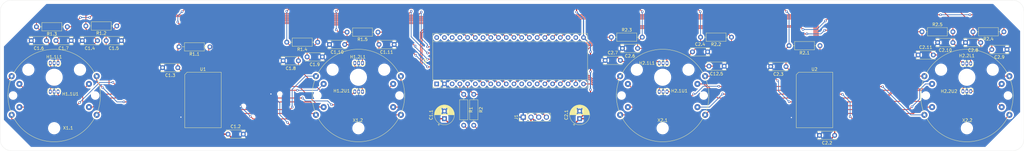
<source format=kicad_pcb>
(kicad_pcb (version 20171130) (host pcbnew "(5.1.9)-1")
  (layers (0 F.Cu signal) (31 B.Cu signal) (34 B.Paste user) (35 F.Paste user) (36 B.SilkS user) (37 F.SilkS user) (38 B.Mask user) (39 F.Mask user) (44 Edge.Cuts user))
  (net 0 "")
  (net 1 "Net-(A1-Pad1)")
  (net 2 "Net-(A1-Pad3)")
  (net 3 "Net-(A1-Pad4)")
  (net 4 "Net-(A1-Pad5)")
  (net 5 "Net-(A1-Pad6)")
  (net 6 "Net-(A1-Pad7)")
  (net 7 "Net-(A1-Pad8)")
  (net 8 "Net-(A1-Pad9)")
  (net 9 "Net-(A1-Pad10)")
  (net 10 "Net-(A1-Pad11)")
  (net 11 "Net-(A1-Pad12)")
  (net 12 "Net-(A1-Pad13)")
  (net 13 "Net-(A1-Pad14)")
  (net 14 "Net-(A1-Pad15)")
  (net 15 "Net-(A1-Pad16)")
  (net 16 "Net-(A1-Pad17)")
  (net 17 "Net-(A1-Pad18)")
  (net 18 "Net-(A1-Pad19)")
  (net 19 "Net-(A1-Pad20)")
  (net 20 "Net-(A1-Pad22)")
  (net 21 "Net-(A1-Pad23)")
  (net 22 "Net-(A1-Pad24)")
  (net 23 "Net-(A1-Pad25)")
  (net 24 "Net-(A1-Pad26)")
  (net 25 "Net-(A1-Pad27)")
  (net 26 "Net-(A1-Pad28)")
  (net 27 "Net-(A1-Pad29)")
  (net 28 "Net-(A1-Pad30)")
  (net 29 "Net-(A1-Pad31)")
  (net 30 "Net-(A1-Pad32)")
  (net 31 "Net-(A1-Pad33)")
  (net 32 "Net-(A1-Pad34)")
  (net 33 "Net-(A1-Pad35)")
  (net 34 "Net-(A1-Pad36)")
  (net 35 "Net-(A1-Pad37)")
  (net 36 "Net-(A1-Pad38)")
  (net 37 "Net-(A1-Pad39)")
  (net 38 "Net-(A1-Pad40)")
  (net 39 "Net-(R1.1-Pad1)")
  (net 40 "Net-(R2.1-Pad1)")
  (net 41 "Net-(U1-Pad11)")
  (net 42 "Net-(U1-Pad18)")
  (net 43 "Net-(U1-Pad10)")
  (net 44 "Net-(U1-Pad19)")
  (net 45 "Net-(U1-Pad9)")
  (net 46 "Net-(U1-Pad20)")
  (net 47 "Net-(U1-Pad8)")
  (net 48 "Net-(U1-Pad21)")
  (net 49 "Net-(U1-Pad7)")
  (net 50 "Net-(U1-Pad22)")
  (net 51 "Net-(U1-Pad6)")
  (net 52 "Net-(U1-Pad23)")
  (net 53 "Net-(U1-Pad5)")
  (net 54 "Net-(U1-Pad24)")
  (net 55 "Net-(U1-Pad4)")
  (net 56 "Net-(U1-Pad25)")
  (net 57 "Net-(U2-Pad25)")
  (net 58 "Net-(U2-Pad4)")
  (net 59 "Net-(U2-Pad24)")
  (net 60 "Net-(U2-Pad5)")
  (net 61 "Net-(U2-Pad23)")
  (net 62 "Net-(U2-Pad6)")
  (net 63 "Net-(U2-Pad22)")
  (net 64 "Net-(U2-Pad7)")
  (net 65 "Net-(U2-Pad21)")
  (net 66 "Net-(U2-Pad8)")
  (net 67 "Net-(U2-Pad20)")
  (net 68 "Net-(U2-Pad9)")
  (net 69 "Net-(U2-Pad19)")
  (net 70 "Net-(U2-Pad10)")
  (net 71 "Net-(U2-Pad18)")
  (net 72 "Net-(U2-Pad11)")
  (net 73 /GND)
  (net 74 /5V)
  (module Connector_PinHeader_1.00mm:X40 (layer F.Cu) (at 267.31 134.62)
    (fp_text reference X2.1 (at -0.026 8.128) (layer F.SilkS))
    (fp_text value X40)
    (pad "" np_thru_hole circle (at -13.5 0) (size 1.8 1.8) (drill 1.8) (layers *.Cu *.Mask))
    (pad "" np_thru_hole circle (at 13.5 0) (size 1.8 1.8) (drill 1.8) (layers *.Cu *.Mask))
    (pad "" np_thru_hole circle (at 0 10.75) (size 3 3) (drill 3) (layers *.Cu *.Mask))
    (pad "" np_thru_hole circle (at 8.49 -8.49) (size 3 3) (drill 3) (layers *.Cu *.Mask))
    (pad "" np_thru_hole circle (at -8.49 -8.49) (size 3 3) (drill 3) (layers *.Cu *.Mask))
    (pad "" np_thru_hole circle (at 0 -6) (size 4.6 4.6) (drill 4.6) (layers *.Cu *.Mask))
    (pad 1b thru_hole circle (at 13.97 -6.36) (size 2 2) (drill 0.8) (layers *.Cu *.Mask) (net 66 "Net-(U2-Pad8)"))
    (pad 2b thru_hole circle (at 13.97 6.36) (size 2 2) (drill 0.8) (layers *.Cu *.Mask) (net 68 "Net-(U2-Pad9)"))
    (pad 3b thru_hole circle (at -13.97 6.36) (size 2 2) (drill 0.8) (layers *.Cu *.Mask) (net 72 "Net-(U2-Pad11)"))
    (pad 4b thru_hole circle (at -13.97 -6.36) (size 2 2) (drill 0.8) (layers *.Cu *.Mask) (net 70 "Net-(U2-Pad10)"))
    (pad 2a thru_hole circle (at 11.43 3.81) (size 2 2) (drill 0.8) (layers *.Cu *.Mask) (net 62 "Net-(U2-Pad6)"))
    (pad 1a thru_hole circle (at 11.43 -3.81) (size 2 2) (drill 0.8) (layers *.Cu *.Mask) (net 64 "Net-(U2-Pad7)"))
    (pad 3a thru_hole circle (at -11.43 3.81) (size 2 2) (drill 0.8) (layers *.Cu *.Mask) (net 58 "Net-(U2-Pad4)"))
    (pad 4a thru_hole circle (at -11.43 -3.81) (size 2 2) (drill 0.8) (layers *.Cu *.Mask) (net 60 "Net-(U2-Pad5)"))
  )
  (module Package_SO:SOP-28 (layer F.Cu) (at 116.205 136.08 270)
    (fp_text reference U1 (at -10.105 0) (layer F.SilkS))
    (fp_text value VID66-06)
    (pad 14 smd rect (at 8.255 4 270) (size 0.7 3) (layers F.Cu F.Paste F.Mask) (net 29 "Net-(A1-Pad31)"))
    (pad 15 smd rect (at 8.255 -4 270) (size 0.7 3) (layers F.Cu F.Paste F.Mask) (net 74 /5V))
    (pad 13 smd rect (at 6.985 4 270) (size 0.7 3) (layers F.Cu F.Paste F.Mask) (net 28 "Net-(A1-Pad30)"))
    (pad 16 smd rect (at 6.985 -4 270) (size 0.7 3) (layers F.Cu F.Paste F.Mask) (net 34 "Net-(A1-Pad36)"))
    (pad 12 smd rect (at 5.715 4 270) (size 0.7 3) (layers F.Cu F.Paste F.Mask) (net 73 /GND))
    (pad 17 smd rect (at 5.715 -4 270) (size 0.7 3) (layers F.Cu F.Paste F.Mask) (net 33 "Net-(A1-Pad35)"))
    (pad 11 smd rect (at 4.445 4 270) (size 0.7 3) (layers F.Cu F.Paste F.Mask) (net 41 "Net-(U1-Pad11)"))
    (pad 18 smd rect (at 4.445 -4 270) (size 0.7 3) (layers F.Cu F.Paste F.Mask) (net 42 "Net-(U1-Pad18)"))
    (pad 10 smd rect (at 3.175 4 270) (size 0.7 3) (layers F.Cu F.Paste F.Mask) (net 43 "Net-(U1-Pad10)"))
    (pad 19 smd rect (at 3.175 -4 270) (size 0.7 3) (layers F.Cu F.Paste F.Mask) (net 44 "Net-(U1-Pad19)"))
    (pad 9 smd rect (at 1.905 4 270) (size 0.7 3) (layers F.Cu F.Paste F.Mask) (net 45 "Net-(U1-Pad9)"))
    (pad 20 smd rect (at 1.905 -4 270) (size 0.7 3) (layers F.Cu F.Paste F.Mask) (net 46 "Net-(U1-Pad20)"))
    (pad 8 smd rect (at 0.635 4 270) (size 0.7 3) (layers F.Cu F.Paste F.Mask) (net 47 "Net-(U1-Pad8)"))
    (pad 21 smd rect (at 0.635 -4 270) (size 0.7 3) (layers F.Cu F.Paste F.Mask) (net 48 "Net-(U1-Pad21)"))
    (pad 7 smd rect (at -0.635 4 270) (size 0.7 3) (layers F.Cu F.Paste F.Mask) (net 49 "Net-(U1-Pad7)"))
    (pad 22 smd rect (at -0.635 -4 270) (size 0.7 3) (layers F.Cu F.Paste F.Mask) (net 50 "Net-(U1-Pad22)"))
    (pad 6 smd rect (at -1.905 4 270) (size 0.7 3) (layers F.Cu F.Paste F.Mask) (net 51 "Net-(U1-Pad6)"))
    (pad 23 smd rect (at -1.905 -4 270) (size 0.7 3) (layers F.Cu F.Paste F.Mask) (net 52 "Net-(U1-Pad23)"))
    (pad 5 smd rect (at -3.175 4 270) (size 0.7 3) (layers F.Cu F.Paste F.Mask) (net 53 "Net-(U1-Pad5)"))
    (pad 24 smd rect (at -3.175 -4 270) (size 0.7 3) (layers F.Cu F.Paste F.Mask) (net 54 "Net-(U1-Pad24)"))
    (pad 4 smd rect (at -4.445 4 270) (size 0.7 3) (layers F.Cu F.Paste F.Mask) (net 55 "Net-(U1-Pad4)"))
    (pad 25 smd rect (at -4.445 -4 270) (size 0.7 3) (layers F.Cu F.Paste F.Mask) (net 56 "Net-(U1-Pad25)"))
    (pad 3 smd rect (at -5.715 4 270) (size 0.7 3) (layers F.Cu F.Paste F.Mask) (net 27 "Net-(A1-Pad29)"))
    (pad 26 smd rect (at -5.715 -4 270) (size 0.7 3) (layers F.Cu F.Paste F.Mask) (net 39 "Net-(R1.1-Pad1)"))
    (pad 2 smd rect (at -6.985 4 270) (size 0.7 3) (layers F.Cu F.Paste F.Mask) (net 26 "Net-(A1-Pad28)"))
    (pad 27 smd rect (at -6.985 -4 270) (size 0.7 3) (layers F.Cu F.Paste F.Mask) (net 31 "Net-(A1-Pad33)"))
    (pad 1 smd rect (at -8.255 4 270) (size 0.7 3) (layers F.Cu F.Paste F.Mask) (net 74 /5V))
    (pad 28 smd rect (at -8.255 -4 270) (size 0.7 3) (layers F.Cu F.Paste F.Mask) (net 30 "Net-(A1-Pad32)"))
  )
  (module Module:Maple_Mini (layer F.Cu) (at 193.04 130.81 90)
    (fp_text reference A1 (at 7.62 -3.81 90) (layer F.SilkS))
    (fp_text value Maple_Mini)
    (pad 40 thru_hole circle (at 15.24 0 90) (size 1.524 1.524) (drill 0.762) (layers *.Cu *.Mask) (net 38 "Net-(A1-Pad40)"))
    (pad 39 thru_hole circle (at 15.24 2.54 90) (size 1.524 1.524) (drill 0.762) (layers *.Cu *.Mask) (net 37 "Net-(A1-Pad39)"))
    (pad 38 thru_hole circle (at 15.24 5.08 90) (size 1.524 1.524) (drill 0.762) (layers *.Cu *.Mask) (net 36 "Net-(A1-Pad38)"))
    (pad 37 thru_hole circle (at 15.24 7.62 90) (size 1.524 1.524) (drill 0.762) (layers *.Cu *.Mask) (net 35 "Net-(A1-Pad37)"))
    (pad 36 thru_hole circle (at 15.24 10.16 90) (size 1.524 1.524) (drill 0.762) (layers *.Cu *.Mask) (net 34 "Net-(A1-Pad36)"))
    (pad 35 thru_hole circle (at 15.24 12.7 90) (size 1.524 1.524) (drill 0.762) (layers *.Cu *.Mask) (net 33 "Net-(A1-Pad35)"))
    (pad 34 thru_hole circle (at 15.24 15.24 90) (size 1.524 1.524) (drill 0.762) (layers *.Cu *.Mask) (net 32 "Net-(A1-Pad34)"))
    (pad 33 thru_hole circle (at 15.24 17.78 90) (size 1.524 1.524) (drill 0.762) (layers *.Cu *.Mask) (net 31 "Net-(A1-Pad33)"))
    (pad 32 thru_hole circle (at 15.24 20.32 90) (size 1.524 1.524) (drill 0.762) (layers *.Cu *.Mask) (net 30 "Net-(A1-Pad32)"))
    (pad 31 thru_hole circle (at 15.24 22.86 90) (size 1.524 1.524) (drill 0.762) (layers *.Cu *.Mask) (net 29 "Net-(A1-Pad31)"))
    (pad 30 thru_hole circle (at 15.24 25.4 90) (size 1.524 1.524) (drill 0.762) (layers *.Cu *.Mask) (net 28 "Net-(A1-Pad30)"))
    (pad 29 thru_hole circle (at 15.24 27.94 90) (size 1.524 1.524) (drill 0.762) (layers *.Cu *.Mask) (net 27 "Net-(A1-Pad29)"))
    (pad 28 thru_hole circle (at 15.24 30.48 90) (size 1.524 1.524) (drill 0.762) (layers *.Cu *.Mask) (net 26 "Net-(A1-Pad28)"))
    (pad 27 thru_hole circle (at 15.24 33.02 90) (size 1.524 1.524) (drill 0.762) (layers *.Cu *.Mask) (net 25 "Net-(A1-Pad27)"))
    (pad 26 thru_hole circle (at 15.24 35.56 90) (size 1.524 1.524) (drill 0.762) (layers *.Cu *.Mask) (net 24 "Net-(A1-Pad26)"))
    (pad 25 thru_hole circle (at 15.24 38.1 90) (size 1.524 1.524) (drill 0.762) (layers *.Cu *.Mask) (net 23 "Net-(A1-Pad25)"))
    (pad 24 thru_hole circle (at 15.24 40.64 90) (size 1.524 1.524) (drill 0.762) (layers *.Cu *.Mask) (net 22 "Net-(A1-Pad24)"))
    (pad 23 thru_hole circle (at 15.24 43.18 90) (size 1.524 1.524) (drill 0.762) (layers *.Cu *.Mask) (net 21 "Net-(A1-Pad23)"))
    (pad 22 thru_hole circle (at 15.24 45.72 90) (size 1.524 1.524) (drill 0.762) (layers *.Cu *.Mask) (net 20 "Net-(A1-Pad22)"))
    (pad 21 thru_hole circle (at 15.24 48.26 90) (size 1.524 1.524) (drill 0.762) (layers *.Cu *.Mask) (net 74 /5V))
    (pad 20 thru_hole circle (at 0 48.26 90) (size 1.524 1.524) (drill 0.762) (layers *.Cu *.Mask) (net 19 "Net-(A1-Pad20)"))
    (pad 19 thru_hole circle (at 0 45.72 90) (size 1.524 1.524) (drill 0.762) (layers *.Cu *.Mask) (net 18 "Net-(A1-Pad19)"))
    (pad 18 thru_hole circle (at 0 43.18 90) (size 1.524 1.524) (drill 0.762) (layers *.Cu *.Mask) (net 17 "Net-(A1-Pad18)"))
    (pad 17 thru_hole circle (at 0 40.64 90) (size 1.524 1.524) (drill 0.762) (layers *.Cu *.Mask) (net 16 "Net-(A1-Pad17)"))
    (pad 16 thru_hole circle (at 0 38.1 90) (size 1.524 1.524) (drill 0.762) (layers *.Cu *.Mask) (net 15 "Net-(A1-Pad16)"))
    (pad 15 thru_hole circle (at 0 35.56 90) (size 1.524 1.524) (drill 0.762) (layers *.Cu *.Mask) (net 14 "Net-(A1-Pad15)"))
    (pad 14 thru_hole circle (at 0 33.02 90) (size 1.524 1.524) (drill 0.762) (layers *.Cu *.Mask) (net 13 "Net-(A1-Pad14)"))
    (pad 13 thru_hole circle (at 0 30.48 90) (size 1.524 1.524) (drill 0.762) (layers *.Cu *.Mask) (net 12 "Net-(A1-Pad13)"))
    (pad 12 thru_hole circle (at 0 27.94 90) (size 1.524 1.524) (drill 0.762) (layers *.Cu *.Mask) (net 11 "Net-(A1-Pad12)"))
    (pad 11 thru_hole circle (at 0 25.4 90) (size 1.524 1.524) (drill 0.762) (layers *.Cu *.Mask) (net 10 "Net-(A1-Pad11)"))
    (pad 10 thru_hole circle (at 0 22.86 90) (size 1.524 1.524) (drill 0.762) (layers *.Cu *.Mask) (net 9 "Net-(A1-Pad10)"))
    (pad 9 thru_hole circle (at 0 20.32 90) (size 1.524 1.524) (drill 0.762) (layers *.Cu *.Mask) (net 8 "Net-(A1-Pad9)"))
    (pad 8 thru_hole circle (at 0 17.78 90) (size 1.524 1.524) (drill 0.762) (layers *.Cu *.Mask) (net 7 "Net-(A1-Pad8)"))
    (pad 7 thru_hole circle (at 0 15.24 90) (size 1.524 1.524) (drill 0.762) (layers *.Cu *.Mask) (net 6 "Net-(A1-Pad7)"))
    (pad 6 thru_hole circle (at 0 12.7 90) (size 1.524 1.524) (drill 0.762) (layers *.Cu *.Mask) (net 5 "Net-(A1-Pad6)"))
    (pad 5 thru_hole circle (at 0 10.16 90) (size 1.524 1.524) (drill 0.762) (layers *.Cu *.Mask) (net 4 "Net-(A1-Pad5)"))
    (pad 4 thru_hole circle (at 0 7.62 90) (size 1.524 1.524) (drill 0.762) (layers *.Cu *.Mask) (net 3 "Net-(A1-Pad4)"))
    (pad 3 thru_hole circle (at 0 5.08 90) (size 1.524 1.524) (drill 0.762) (layers *.Cu *.Mask) (net 2 "Net-(A1-Pad3)"))
    (pad 2 thru_hole circle (at 0 2.54 90) (size 1.524 1.524) (drill 0.762) (layers *.Cu *.Mask) (net 73 /GND))
    (pad 1 thru_hole rect (at 0 0 90) (size 1.524 1.524) (drill 0.762) (layers *.Cu *.Mask) (net 1 "Net-(A1-Pad1)"))
  )
  (module Capacitor_THT:C_Disc_D6.0mm_W2.5mm_P5.00mm (layer F.Cu) (at 147.574 123.19 180)
    (fp_text reference C1.8 (at 2.5 -2.5) (layer F.SilkS))
    (fp_text value "4.7 nF")
    (pad 2 thru_hole circle (at 5 0 180) (size 1.6 1.6) (drill 0.8) (layers *.Cu *.Mask) (net 73 /GND))
    (pad 1 thru_hole circle (at 0 0 180) (size 1.6 1.6) (drill 0.8) (layers *.Cu *.Mask) (net 74 /5V))
  )
  (module Capacitor_THT:C_Disc_D6.0mm_W2.5mm_P5.00mm (layer F.Cu) (at 124.46 147.32)
    (fp_text reference C1.2 (at 2.5 -2.5) (layer F.SilkS))
    (fp_text value "100 nF")
    (pad 2 thru_hole circle (at 5 0) (size 1.6 1.6) (drill 0.8) (layers *.Cu *.Mask) (net 73 /GND))
    (pad 1 thru_hole circle (at 0 0) (size 1.6 1.6) (drill 0.8) (layers *.Cu *.Mask) (net 74 /5V))
  )
  (module Capacitor_THT:C_Disc_D6.0mm_W2.5mm_P5.00mm (layer F.Cu) (at 72.898 116.586 180)
    (fp_text reference C1.7 (at 2.5 -2.5) (layer F.SilkS))
    (fp_text value "4.7 nF")
    (pad 2 thru_hole circle (at 5 0 180) (size 1.6 1.6) (drill 0.8) (layers *.Cu *.Mask) (net 8 "Net-(A1-Pad9)"))
    (pad 1 thru_hole circle (at 0 0 180) (size 1.6 1.6) (drill 0.8) (layers *.Cu *.Mask) (net 73 /GND))
  )
  (module Capacitor_THT:C_Disc_D6.0mm_W2.5mm_P5.00mm (layer F.Cu) (at 155.448 121.92 180)
    (fp_text reference C1.9 (at 2.5 -2.5) (layer F.SilkS))
    (fp_text value "4.7 nF")
    (pad 2 thru_hole circle (at 5 0 180) (size 1.6 1.6) (drill 0.8) (layers *.Cu *.Mask) (net 7 "Net-(A1-Pad8)"))
    (pad 1 thru_hole circle (at 0 0 180) (size 1.6 1.6) (drill 0.8) (layers *.Cu *.Mask) (net 73 /GND))
  )
  (module Capacitor_THT:CP_Radial_D6.3mm_P2.50mm (layer F.Cu) (at 195.58 142.24 90)
    (fp_text reference C1.1 (at 1.25 -4.4 90) (layer F.SilkS))
    (fp_text value "22 uF")
    (pad 2 thru_hole circle (at 2.5 0 90) (size 1.6 1.6) (drill 0.8) (layers *.Cu *.Mask) (net 73 /GND))
    (pad 1 thru_hole rect (at 0 0 90) (size 1.6 1.6) (drill 0.8) (layers *.Cu *.Mask) (net 74 /5V))
  )
  (module Capacitor_THT:C_Disc_D6.0mm_W2.5mm_P5.00mm (layer F.Cu) (at 162.814 117.856 180)
    (fp_text reference C1.10 (at 2.5 -2.5) (layer F.SilkS))
    (fp_text value "4.7 nF")
    (pad 2 thru_hole circle (at 5 0 180) (size 1.6 1.6) (drill 0.8) (layers *.Cu *.Mask) (net 73 /GND))
    (pad 1 thru_hole circle (at 0 0 180) (size 1.6 1.6) (drill 0.8) (layers *.Cu *.Mask) (net 74 /5V))
  )
  (module Capacitor_THT:C_Disc_D6.0mm_W2.5mm_P5.00mm (layer F.Cu) (at 179.07 117.856 180)
    (fp_text reference C1.11 (at 2.5 -2.5) (layer F.SilkS))
    (fp_text value "4.7 nF")
    (pad 2 thru_hole circle (at 5 0 180) (size 1.6 1.6) (drill 0.8) (layers *.Cu *.Mask) (net 6 "Net-(A1-Pad7)"))
    (pad 1 thru_hole circle (at 0 0 180) (size 1.6 1.6) (drill 0.8) (layers *.Cu *.Mask) (net 73 /GND))
  )
  (module Capacitor_THT:C_Disc_D6.0mm_W2.5mm_P5.00mm (layer F.Cu) (at 81.534 116.586 180)
    (fp_text reference C1.4 (at 2.5 -2.5) (layer F.SilkS))
    (fp_text value "4.7 nF")
    (pad 2 thru_hole circle (at 5 0 180) (size 1.6 1.6) (drill 0.8) (layers *.Cu *.Mask) (net 73 /GND))
    (pad 1 thru_hole circle (at 0 0 180) (size 1.6 1.6) (drill 0.8) (layers *.Cu *.Mask) (net 74 /5V))
  )
  (module Capacitor_THT:C_Disc_D6.0mm_W2.5mm_P5.00mm (layer F.Cu) (at 89.408 116.586 180)
    (fp_text reference C1.5 (at 2.5 -2.5) (layer F.SilkS))
    (fp_text value "4.7 nF")
    (pad 2 thru_hole circle (at 5 0 180) (size 1.6 1.6) (drill 0.8) (layers *.Cu *.Mask) (net 9 "Net-(A1-Pad10)"))
    (pad 1 thru_hole circle (at 0 0 180) (size 1.6 1.6) (drill 0.8) (layers *.Cu *.Mask) (net 73 /GND))
  )
  (module Capacitor_THT:C_Disc_D6.0mm_W2.5mm_P5.00mm (layer F.Cu) (at 64.77 116.586 180)
    (fp_text reference C1.6 (at 2.5 -2.5) (layer F.SilkS))
    (fp_text value "4.7 nF")
    (pad 2 thru_hole circle (at 5 0 180) (size 1.6 1.6) (drill 0.8) (layers *.Cu *.Mask) (net 73 /GND))
    (pad 1 thru_hole circle (at 0 0 180) (size 1.6 1.6) (drill 0.8) (layers *.Cu *.Mask) (net 74 /5V))
  )
  (module Capacitor_THT:C_Disc_D6.0mm_W2.5mm_P5.00mm (layer F.Cu) (at 107.95 125.476 180)
    (fp_text reference C1.3 (at 2.5 -2.5) (layer F.SilkS))
    (fp_text value "100 nF")
    (pad 2 thru_hole circle (at 5 0 180) (size 1.6 1.6) (drill 0.8) (layers *.Cu *.Mask) (net 73 /GND))
    (pad 1 thru_hole circle (at 0 0 180) (size 1.6 1.6) (drill 0.8) (layers *.Cu *.Mask) (net 74 /5V))
  )
  (module Capacitor_THT:CP_Radial_D6.3mm_P2.50mm (layer F.Cu) (at 240.03 142.24 90)
    (fp_text reference C2.1 (at 1.25 -4.4 90) (layer F.SilkS))
    (fp_text value "22 uF")
    (pad 2 thru_hole circle (at 2.5 0 90) (size 1.6 1.6) (drill 0.8) (layers *.Cu *.Mask) (net 73 /GND))
    (pad 1 thru_hole rect (at 0 0 90) (size 1.6 1.6) (drill 0.8) (layers *.Cu *.Mask) (net 74 /5V))
  )
  (module Capacitor_THT:C_Disc_D6.0mm_W2.5mm_P5.00mm (layer F.Cu) (at 380.492 119.507 180)
    (fp_text reference C2.9 (at 2.5 -2.5) (layer F.SilkS))
    (fp_text value "4.7 nF")
    (pad 2 thru_hole circle (at 5 0 180) (size 1.6 1.6) (drill 0.8) (layers *.Cu *.Mask) (net 10 "Net-(A1-Pad11)"))
    (pad 1 thru_hole circle (at 0 0 180) (size 1.6 1.6) (drill 0.8) (layers *.Cu *.Mask) (net 73 /GND))
  )
  (module Capacitor_THT:C_Disc_D6.0mm_W2.5mm_P5.00mm (layer F.Cu) (at 248.412 123.063)
    (fp_text reference C2.7 (at 2.5 -2.5) (layer F.SilkS))
    (fp_text value "4.7 nF")
    (pad 2 thru_hole circle (at 5 0) (size 1.6 1.6) (drill 0.8) (layers *.Cu *.Mask) (net 15 "Net-(A1-Pad16)"))
    (pad 1 thru_hole circle (at 0 0) (size 1.6 1.6) (drill 0.8) (layers *.Cu *.Mask) (net 73 /GND))
  )
  (module Capacitor_THT:C_Disc_D6.0mm_W2.5mm_P5.00mm (layer F.Cu) (at 259.08 119.126 180)
    (fp_text reference C2.6 (at 2.5 -2.5) (layer F.SilkS))
    (fp_text value "4.7 nF")
    (pad 2 thru_hole circle (at 5 0 180) (size 1.6 1.6) (drill 0.8) (layers *.Cu *.Mask) (net 73 /GND))
    (pad 1 thru_hole circle (at 0 0 180) (size 1.6 1.6) (drill 0.8) (layers *.Cu *.Mask) (net 74 /5V))
  )
  (module Capacitor_THT:C_Disc_D6.0mm_W2.5mm_P5.00mm (layer F.Cu) (at 362.712 117.221 180)
    (fp_text reference C2.10 (at 2.5 -2.5) (layer F.SilkS))
    (fp_text value "4.7 nF")
    (pad 2 thru_hole circle (at 5 0 180) (size 1.6 1.6) (drill 0.8) (layers *.Cu *.Mask) (net 73 /GND))
    (pad 1 thru_hole circle (at 0 0 180) (size 1.6 1.6) (drill 0.8) (layers *.Cu *.Mask) (net 74 /5V))
  )
  (module Capacitor_THT:C_Disc_D6.0mm_W2.5mm_P5.00mm (layer F.Cu) (at 351.282 121.285)
    (fp_text reference C2.11 (at 2.5 -2.5) (layer F.SilkS))
    (fp_text value "4.7 nF")
    (pad 2 thru_hole circle (at 5 0) (size 1.6 1.6) (drill 0.8) (layers *.Cu *.Mask) (net 13 "Net-(A1-Pad14)"))
    (pad 1 thru_hole circle (at 0 0) (size 1.6 1.6) (drill 0.8) (layers *.Cu *.Mask) (net 73 /GND))
  )
  (module Capacitor_THT:C_Disc_D6.0mm_W2.5mm_P5.00mm (layer F.Cu) (at 277.114 120.269)
    (fp_text reference C2.4 (at 2.5 -2.5) (layer F.SilkS))
    (fp_text value "4.7 nF")
    (pad 2 thru_hole circle (at 5 0) (size 1.6 1.6) (drill 0.8) (layers *.Cu *.Mask) (net 73 /GND))
    (pad 1 thru_hole circle (at 0 0) (size 1.6 1.6) (drill 0.8) (layers *.Cu *.Mask) (net 74 /5V))
  )
  (module Capacitor_THT:C_Disc_D6.0mm_W2.5mm_P5.00mm (layer F.Cu) (at 307.848 125.095 180)
    (fp_text reference C2.3 (at 2.5 -2.5) (layer F.SilkS))
    (fp_text value "100 nF")
    (pad 2 thru_hole circle (at 5 0 180) (size 1.6 1.6) (drill 0.8) (layers *.Cu *.Mask) (net 73 /GND))
    (pad 1 thru_hole circle (at 0 0 180) (size 1.6 1.6) (drill 0.8) (layers *.Cu *.Mask) (net 74 /5V))
  )
  (module Capacitor_THT:C_Disc_D6.0mm_W2.5mm_P5.00mm (layer F.Cu) (at 323.85 147.701 180)
    (fp_text reference C2.2 (at 2.5 -2.5) (layer F.SilkS))
    (fp_text value "100 nF")
    (pad 2 thru_hole circle (at 5 0 180) (size 1.6 1.6) (drill 0.8) (layers *.Cu *.Mask) (net 73 /GND))
    (pad 1 thru_hole circle (at 0 0 180) (size 1.6 1.6) (drill 0.8) (layers *.Cu *.Mask) (net 74 /5V))
  )
  (module Capacitor_THT:C_Disc_D6.0mm_W2.5mm_P5.00mm (layer F.Cu) (at 371.856 117.221 180)
    (fp_text reference C2.8 (at 2.5 -2.5) (layer F.SilkS))
    (fp_text value "4.7 nF")
    (pad 2 thru_hole circle (at 5 0 180) (size 1.6 1.6) (drill 0.8) (layers *.Cu *.Mask) (net 73 /GND))
    (pad 1 thru_hole circle (at 0 0 180) (size 1.6 1.6) (drill 0.8) (layers *.Cu *.Mask) (net 74 /5V))
  )
  (module Capacitor_THT:C_Disc_D6.0mm_W2.5mm_P5.00mm (layer F.Cu) (at 287.528 124.968 180)
    (fp_text reference C12.5 (at 2.5 -2.5) (layer F.SilkS))
    (fp_text value "4.7 nF")
    (pad 2 thru_hole circle (at 5 0 180) (size 1.6 1.6) (drill 0.8) (layers *.Cu *.Mask) (net 14 "Net-(A1-Pad15)"))
    (pad 1 thru_hole circle (at 0 0 180) (size 1.6 1.6) (drill 0.8) (layers *.Cu *.Mask) (net 73 /GND))
  )
  (module "pcb rev1:PG-SSO-3-02" (layer F.Cu) (at 67.31 123.952 180)
    (fp_text reference H1.1L1 (at 0 2.032) (layer F.SilkS))
    (fp_text value TLE4905L)
    (pad 1 thru_hole oval (at -1.27 0) (size 0.89916 1.50114) (drill 0.6) (layers *.Cu *.Mask) (net 74 /5V))
    (pad 3 thru_hole oval (at 1.27 0) (size 0.89916 1.50114) (drill 0.6) (layers *.Cu *.Mask) (net 8 "Net-(A1-Pad9)"))
    (pad 2 thru_hole oval (at 0 0) (size 0.89916 1.50114) (drill 0.6) (layers *.Cu *.Mask) (net 73 /GND))
  )
  (module "pcb rev1:PG-SSO-3-02" (layer F.Cu) (at 67.31 133.35)
    (fp_text reference H1.1U1 (at 5.334 0.762) (layer F.SilkS))
    (fp_text value TLE4905L)
    (pad 1 thru_hole oval (at -1.27 0 180) (size 0.89916 1.50114) (drill 0.6) (layers *.Cu *.Mask) (net 74 /5V))
    (pad 3 thru_hole oval (at 1.27 0 180) (size 0.89916 1.50114) (drill 0.6) (layers *.Cu *.Mask) (net 9 "Net-(A1-Pad10)"))
    (pad 2 thru_hole oval (at 0 0 180) (size 0.89916 1.50114) (drill 0.6) (layers *.Cu *.Mask) (net 73 /GND))
  )
  (module "pcb rev1:PG-SSO-3-02" (layer F.Cu) (at 167.386 123.952 180)
    (fp_text reference H1.2L1 (at 0.254 2.032) (layer F.SilkS))
    (fp_text value TLE4905L)
    (pad 1 thru_hole oval (at -1.27 0) (size 0.89916 1.50114) (drill 0.6) (layers *.Cu *.Mask) (net 74 /5V))
    (pad 3 thru_hole oval (at 1.27 0) (size 0.89916 1.50114) (drill 0.6) (layers *.Cu *.Mask) (net 6 "Net-(A1-Pad7)"))
    (pad 2 thru_hole oval (at 0 0) (size 0.89916 1.50114) (drill 0.6) (layers *.Cu *.Mask) (net 73 /GND))
  )
  (module "pcb rev1:PG-SSO-3-02" (layer F.Cu) (at 167.386 133.35)
    (fp_text reference H1.2U1 (at -5.588 -0.254) (layer F.SilkS))
    (fp_text value TLE4905L)
    (pad 1 thru_hole oval (at -1.27 0 180) (size 0.89916 1.50114) (drill 0.6) (layers *.Cu *.Mask) (net 74 /5V))
    (pad 3 thru_hole oval (at 1.27 0 180) (size 0.89916 1.50114) (drill 0.6) (layers *.Cu *.Mask) (net 7 "Net-(A1-Pad8)"))
    (pad 2 thru_hole oval (at 0 0 180) (size 0.89916 1.50114) (drill 0.6) (layers *.Cu *.Mask) (net 73 /GND))
  )
  (module "pcb rev1:PG-SSO-3-02" (layer F.Cu) (at 367.284 133.223)
    (fp_text reference H2.2U2 (at -5.842 0) (layer F.SilkS))
    (fp_text value TLE4905L)
    (pad 1 thru_hole oval (at -1.27 0 180) (size 0.89916 1.50114) (drill 0.6) (layers *.Cu *.Mask) (net 74 /5V))
    (pad 3 thru_hole oval (at 1.27 0 180) (size 0.89916 1.50114) (drill 0.6) (layers *.Cu *.Mask) (net 10 "Net-(A1-Pad11)"))
    (pad 2 thru_hole oval (at 0 0 180) (size 0.89916 1.50114) (drill 0.6) (layers *.Cu *.Mask) (net 73 /GND))
  )
  (module "pcb rev1:PG-SSO-3-02" (layer F.Cu) (at 267.462 123.952 180)
    (fp_text reference H2.1L1 (at 5.334 0) (layer F.SilkS))
    (fp_text value TLE4905L)
    (pad 1 thru_hole oval (at -1.27 0) (size 0.89916 1.50114) (drill 0.6) (layers *.Cu *.Mask) (net 74 /5V))
    (pad 3 thru_hole oval (at 1.27 0) (size 0.89916 1.50114) (drill 0.6) (layers *.Cu *.Mask) (net 15 "Net-(A1-Pad16)"))
    (pad 2 thru_hole oval (at 0 0) (size 0.89916 1.50114) (drill 0.6) (layers *.Cu *.Mask) (net 73 /GND))
  )
  (module "pcb rev1:PG-SSO-3-02" (layer F.Cu) (at 267.462 133.35)
    (fp_text reference H2.1U1 (at 5.334 -0.254 180) (layer F.SilkS))
    (fp_text value TLE4905L)
    (pad 1 thru_hole oval (at -1.27 0 180) (size 0.89916 1.50114) (drill 0.6) (layers *.Cu *.Mask) (net 74 /5V))
    (pad 3 thru_hole oval (at 1.27 0 180) (size 0.89916 1.50114) (drill 0.6) (layers *.Cu *.Mask) (net 14 "Net-(A1-Pad15)"))
    (pad 2 thru_hole oval (at 0 0 180) (size 0.89916 1.50114) (drill 0.6) (layers *.Cu *.Mask) (net 73 /GND))
  )
  (module "pcb rev1:PG-SSO-3-02" (layer F.Cu) (at 367.284 124.079 180)
    (fp_text reference H2.2L1 (at 0 2.54) (layer F.SilkS))
    (fp_text value TLE4905L)
    (pad 1 thru_hole oval (at -1.27 0) (size 0.89916 1.50114) (drill 0.6) (layers *.Cu *.Mask) (net 74 /5V))
    (pad 3 thru_hole oval (at 1.27 0) (size 0.89916 1.50114) (drill 0.6) (layers *.Cu *.Mask) (net 13 "Net-(A1-Pad14)"))
    (pad 2 thru_hole oval (at 0 0) (size 0.89916 1.50114) (drill 0.6) (layers *.Cu *.Mask) (net 73 /GND))
  )
  (module Connector_PinHeader_2.54mm:PinHeader_1x04_P2.54mm_Vertical (layer F.Cu) (at 221.488 141.732 90)
    (fp_text reference J1 (at 0 -2.33 90) (layer F.SilkS))
    (fp_text value Conn_01x04_Female)
    (pad 4 thru_hole oval (at 0 7.62 90) (size 1.7 1.7) (drill 1) (layers *.Cu *.Mask) (net 4 "Net-(A1-Pad5)"))
    (pad 3 thru_hole oval (at 0 5.08 90) (size 1.7 1.7) (drill 1) (layers *.Cu *.Mask) (net 3 "Net-(A1-Pad4)"))
    (pad 2 thru_hole oval (at 0 2.54 90) (size 1.7 1.7) (drill 1) (layers *.Cu *.Mask) (net 74 /5V))
    (pad 1 thru_hole rect (at 0 0 90) (size 1.7 1.7) (drill 1) (layers *.Cu *.Mask) (net 73 /GND))
  )
  (module Resistor_THT:R_Axial_DIN0207_L6.3mm_D2.5mm_P10.16mm_Horizontal (layer F.Cu) (at 71.628 112.014 180)
    (fp_text reference R1.3 (at 5.08 -2.37) (layer F.SilkS))
    (fp_text value 1K2)
    (pad 2 thru_hole oval (at 10.16 0 180) (size 1.6 1.6) (drill 0.8) (layers *.Cu *.Mask) (net 74 /5V))
    (pad 1 thru_hole circle (at 0 0 180) (size 1.6 1.6) (drill 0.8) (layers *.Cu *.Mask) (net 8 "Net-(A1-Pad9)"))
  )
  (module Resistor_THT:R_Axial_DIN0207_L6.3mm_D2.5mm_P10.16mm_Horizontal (layer F.Cu) (at 118.491 118.618 180)
    (fp_text reference R1.1 (at 5.08 -2.37) (layer F.SilkS))
    (fp_text value 1K)
    (pad 2 thru_hole oval (at 10.16 0 180) (size 1.6 1.6) (drill 0.8) (layers *.Cu *.Mask) (net 74 /5V))
    (pad 1 thru_hole circle (at 0 0 180) (size 1.6 1.6) (drill 0.8) (layers *.Cu *.Mask) (net 39 "Net-(R1.1-Pad1)"))
  )
  (module Resistor_THT:R_Axial_DIN0207_L6.3mm_D2.5mm_P10.16mm_Horizontal (layer F.Cu) (at 201.93 134.239 270)
    (fp_text reference R1 (at 5.08 -2.37 90) (layer F.SilkS))
    (fp_text value 5K)
    (pad 2 thru_hole oval (at 10.16 0 270) (size 1.6 1.6) (drill 0.8) (layers *.Cu *.Mask) (net 74 /5V))
    (pad 1 thru_hole circle (at 0 0 270) (size 1.6 1.6) (drill 0.8) (layers *.Cu *.Mask) (net 3 "Net-(A1-Pad4)"))
  )
  (module Resistor_THT:R_Axial_DIN0207_L6.3mm_D2.5mm_P10.16mm_Horizontal (layer F.Cu) (at 87.884 111.76 180)
    (fp_text reference R1.2 (at 5.08 -2.37) (layer F.SilkS))
    (fp_text value 1K2)
    (pad 2 thru_hole oval (at 10.16 0 180) (size 1.6 1.6) (drill 0.8) (layers *.Cu *.Mask) (net 74 /5V))
    (pad 1 thru_hole circle (at 0 0 180) (size 1.6 1.6) (drill 0.8) (layers *.Cu *.Mask) (net 9 "Net-(A1-Pad10)"))
  )
  (module Resistor_THT:R_Axial_DIN0207_L6.3mm_D2.5mm_P10.16mm_Horizontal (layer F.Cu) (at 153.924 117.094 180)
    (fp_text reference R1.4 (at 5.08 -2.37) (layer F.SilkS))
    (fp_text value 1K2)
    (pad 2 thru_hole oval (at 10.16 0 180) (size 1.6 1.6) (drill 0.8) (layers *.Cu *.Mask) (net 74 /5V))
    (pad 1 thru_hole circle (at 0 0 180) (size 1.6 1.6) (drill 0.8) (layers *.Cu *.Mask) (net 7 "Net-(A1-Pad8)"))
  )
  (module Resistor_THT:R_Axial_DIN0207_L6.3mm_D2.5mm_P10.16mm_Horizontal (layer F.Cu) (at 173.736 113.792 180)
    (fp_text reference R1.5 (at 5.08 -2.37) (layer F.SilkS))
    (fp_text value 1K2)
    (pad 2 thru_hole oval (at 10.16 0 180) (size 1.6 1.6) (drill 0.8) (layers *.Cu *.Mask) (net 74 /5V))
    (pad 1 thru_hole circle (at 0 0 180) (size 1.6 1.6) (drill 0.8) (layers *.Cu *.Mask) (net 6 "Net-(A1-Pad7)"))
  )
  (module Resistor_THT:R_Axial_DIN0207_L6.3mm_D2.5mm_P10.16mm_Horizontal (layer F.Cu) (at 319.024 118.237 180)
    (fp_text reference R2.1 (at 5.08 -2.37) (layer F.SilkS))
    (fp_text value 1K)
    (pad 2 thru_hole oval (at 10.16 0 180) (size 1.6 1.6) (drill 0.8) (layers *.Cu *.Mask) (net 74 /5V))
    (pad 1 thru_hole circle (at 0 0 180) (size 1.6 1.6) (drill 0.8) (layers *.Cu *.Mask) (net 40 "Net-(R2.1-Pad1)"))
  )
  (module Resistor_THT:R_Axial_DIN0207_L6.3mm_D2.5mm_P10.16mm_Horizontal (layer F.Cu) (at 205.232 134.239 270)
    (fp_text reference R2 (at 5.08 -2.37 90) (layer F.SilkS))
    (fp_text value 5K)
    (pad 2 thru_hole oval (at 10.16 0 270) (size 1.6 1.6) (drill 0.8) (layers *.Cu *.Mask) (net 74 /5V))
    (pad 1 thru_hole circle (at 0 0 270) (size 1.6 1.6) (drill 0.8) (layers *.Cu *.Mask) (net 4 "Net-(A1-Pad5)"))
  )
  (module Resistor_THT:R_Axial_DIN0207_L6.3mm_D2.5mm_P10.16mm_Horizontal (layer F.Cu) (at 352.552 113.665)
    (fp_text reference R2.5 (at 5.08 -2.37) (layer F.SilkS))
    (fp_text value 1K2)
    (pad 2 thru_hole oval (at 10.16 0) (size 1.6 1.6) (drill 0.8) (layers *.Cu *.Mask) (net 74 /5V))
    (pad 1 thru_hole circle (at 0 0) (size 1.6 1.6) (drill 0.8) (layers *.Cu *.Mask) (net 13 "Net-(A1-Pad14)"))
  )
  (module Resistor_THT:R_Axial_DIN0207_L6.3mm_D2.5mm_P10.16mm_Horizontal (layer F.Cu) (at 289.941 115.443 180)
    (fp_text reference R2.2 (at 5.08 -2.37) (layer F.SilkS))
    (fp_text value 1K2)
    (pad 2 thru_hole oval (at 10.16 0 180) (size 1.6 1.6) (drill 0.8) (layers *.Cu *.Mask) (net 74 /5V))
    (pad 1 thru_hole circle (at 0 0 180) (size 1.6 1.6) (drill 0.8) (layers *.Cu *.Mask) (net 14 "Net-(A1-Pad15)"))
  )
  (module Resistor_THT:R_Axial_DIN0207_L6.3mm_D2.5mm_P10.16mm_Horizontal (layer F.Cu) (at 379.476 113.665 180)
    (fp_text reference R2.4 (at 5.08 -2.37) (layer F.SilkS))
    (fp_text value 1K2)
    (pad 2 thru_hole oval (at 10.16 0 180) (size 1.6 1.6) (drill 0.8) (layers *.Cu *.Mask) (net 74 /5V))
    (pad 1 thru_hole circle (at 0 0 180) (size 1.6 1.6) (drill 0.8) (layers *.Cu *.Mask) (net 10 "Net-(A1-Pad11)"))
  )
  (module Resistor_THT:R_Axial_DIN0207_L6.3mm_D2.5mm_P10.16mm_Horizontal (layer F.Cu) (at 250.444 115.443)
    (fp_text reference R2.3 (at 5.08 -2.37) (layer F.SilkS))
    (fp_text value 1K2)
    (pad 2 thru_hole oval (at 10.16 0) (size 1.6 1.6) (drill 0.8) (layers *.Cu *.Mask) (net 74 /5V))
    (pad 1 thru_hole circle (at 0 0) (size 1.6 1.6) (drill 0.8) (layers *.Cu *.Mask) (net 15 "Net-(A1-Pad16)"))
  )
  (module Package_SO:SOP-28 (layer F.Cu) (at 317.205 136.08 270)
    (fp_text reference U2 (at -10.105 0) (layer F.SilkS))
    (fp_text value VID66-06)
    (pad 14 smd rect (at 8.255 4 270) (size 0.7 3) (layers F.Cu F.Paste F.Mask) (net 17 "Net-(A1-Pad18)"))
    (pad 15 smd rect (at 8.255 -4 270) (size 0.7 3) (layers F.Cu F.Paste F.Mask) (net 74 /5V))
    (pad 13 smd rect (at 6.985 4 270) (size 0.7 3) (layers F.Cu F.Paste F.Mask) (net 16 "Net-(A1-Pad17)"))
    (pad 16 smd rect (at 6.985 -4 270) (size 0.7 3) (layers F.Cu F.Paste F.Mask) (net 22 "Net-(A1-Pad24)"))
    (pad 12 smd rect (at 5.715 4 270) (size 0.7 3) (layers F.Cu F.Paste F.Mask) (net 73 /GND))
    (pad 17 smd rect (at 5.715 -4 270) (size 0.7 3) (layers F.Cu F.Paste F.Mask) (net 23 "Net-(A1-Pad25)"))
    (pad 11 smd rect (at 4.445 4 270) (size 0.7 3) (layers F.Cu F.Paste F.Mask) (net 72 "Net-(U2-Pad11)"))
    (pad 18 smd rect (at 4.445 -4 270) (size 0.7 3) (layers F.Cu F.Paste F.Mask) (net 71 "Net-(U2-Pad18)"))
    (pad 10 smd rect (at 3.175 4 270) (size 0.7 3) (layers F.Cu F.Paste F.Mask) (net 70 "Net-(U2-Pad10)"))
    (pad 19 smd rect (at 3.175 -4 270) (size 0.7 3) (layers F.Cu F.Paste F.Mask) (net 69 "Net-(U2-Pad19)"))
    (pad 9 smd rect (at 1.905 4 270) (size 0.7 3) (layers F.Cu F.Paste F.Mask) (net 68 "Net-(U2-Pad9)"))
    (pad 20 smd rect (at 1.905 -4 270) (size 0.7 3) (layers F.Cu F.Paste F.Mask) (net 67 "Net-(U2-Pad20)"))
    (pad 8 smd rect (at 0.635 4 270) (size 0.7 3) (layers F.Cu F.Paste F.Mask) (net 66 "Net-(U2-Pad8)"))
    (pad 21 smd rect (at 0.635 -4 270) (size 0.7 3) (layers F.Cu F.Paste F.Mask) (net 65 "Net-(U2-Pad21)"))
    (pad 7 smd rect (at -0.635 4 270) (size 0.7 3) (layers F.Cu F.Paste F.Mask) (net 64 "Net-(U2-Pad7)"))
    (pad 22 smd rect (at -0.635 -4 270) (size 0.7 3) (layers F.Cu F.Paste F.Mask) (net 63 "Net-(U2-Pad22)"))
    (pad 6 smd rect (at -1.905 4 270) (size 0.7 3) (layers F.Cu F.Paste F.Mask) (net 62 "Net-(U2-Pad6)"))
    (pad 23 smd rect (at -1.905 -4 270) (size 0.7 3) (layers F.Cu F.Paste F.Mask) (net 61 "Net-(U2-Pad23)"))
    (pad 5 smd rect (at -3.175 4 270) (size 0.7 3) (layers F.Cu F.Paste F.Mask) (net 60 "Net-(U2-Pad5)"))
    (pad 24 smd rect (at -3.175 -4 270) (size 0.7 3) (layers F.Cu F.Paste F.Mask) (net 59 "Net-(U2-Pad24)"))
    (pad 4 smd rect (at -4.445 4 270) (size 0.7 3) (layers F.Cu F.Paste F.Mask) (net 58 "Net-(U2-Pad4)"))
    (pad 25 smd rect (at -4.445 -4 270) (size 0.7 3) (layers F.Cu F.Paste F.Mask) (net 57 "Net-(U2-Pad25)"))
    (pad 3 smd rect (at -5.715 4 270) (size 0.7 3) (layers F.Cu F.Paste F.Mask) (net 18 "Net-(A1-Pad19)"))
    (pad 26 smd rect (at -5.715 -4 270) (size 0.7 3) (layers F.Cu F.Paste F.Mask) (net 40 "Net-(R2.1-Pad1)"))
    (pad 2 smd rect (at -6.985 4 270) (size 0.7 3) (layers F.Cu F.Paste F.Mask) (net 19 "Net-(A1-Pad20)"))
    (pad 27 smd rect (at -6.985 -4 270) (size 0.7 3) (layers F.Cu F.Paste F.Mask) (net 25 "Net-(A1-Pad27)"))
    (pad 1 smd rect (at -8.255 4 270) (size 0.7 3) (layers F.Cu F.Paste F.Mask) (net 74 /5V))
    (pad 28 smd rect (at -8.255 -4 270) (size 0.7 3) (layers F.Cu F.Paste F.Mask) (net 24 "Net-(A1-Pad26)"))
  )
  (module Connector_PinHeader_1.00mm:X40 (layer F.Cu) (at 67.31 134.62)
    (fp_text reference X1.1 (at 4.572 10.668) (layer F.SilkS))
    (fp_text value X40)
    (pad "" np_thru_hole circle (at -13.5 0) (size 1.8 1.8) (drill 1.8) (layers *.Cu *.Mask))
    (pad "" np_thru_hole circle (at 13.5 0) (size 1.8 1.8) (drill 1.8) (layers *.Cu *.Mask))
    (pad "" np_thru_hole circle (at 0 10.75) (size 3 3) (drill 3) (layers *.Cu *.Mask))
    (pad "" np_thru_hole circle (at 8.49 -8.49) (size 3 3) (drill 3) (layers *.Cu *.Mask))
    (pad "" np_thru_hole circle (at -8.49 -8.49) (size 3 3) (drill 3) (layers *.Cu *.Mask))
    (pad "" np_thru_hole circle (at 0 -6) (size 4.6 4.6) (drill 4.6) (layers *.Cu *.Mask))
    (pad 1b thru_hole circle (at 13.97 -6.36) (size 2 2) (drill 0.8) (layers *.Cu *.Mask) (net 47 "Net-(U1-Pad8)"))
    (pad 2b thru_hole circle (at 13.97 6.36) (size 2 2) (drill 0.8) (layers *.Cu *.Mask) (net 45 "Net-(U1-Pad9)"))
    (pad 3b thru_hole circle (at -13.97 6.36) (size 2 2) (drill 0.8) (layers *.Cu *.Mask) (net 41 "Net-(U1-Pad11)"))
    (pad 4b thru_hole circle (at -13.97 -6.36) (size 2 2) (drill 0.8) (layers *.Cu *.Mask) (net 43 "Net-(U1-Pad10)"))
    (pad 2a thru_hole circle (at 11.43 3.81) (size 2 2) (drill 0.8) (layers *.Cu *.Mask) (net 51 "Net-(U1-Pad6)"))
    (pad 1a thru_hole circle (at 11.43 -3.81) (size 2 2) (drill 0.8) (layers *.Cu *.Mask) (net 49 "Net-(U1-Pad7)"))
    (pad 3a thru_hole circle (at -11.43 3.81) (size 2 2) (drill 0.8) (layers *.Cu *.Mask) (net 55 "Net-(U1-Pad4)"))
    (pad 4a thru_hole circle (at -11.43 -3.81) (size 2 2) (drill 0.8) (layers *.Cu *.Mask) (net 53 "Net-(U1-Pad5)"))
  )
  (module Connector_PinHeader_1.00mm:X40 (layer F.Cu) (at 167.31 134.62)
    (fp_text reference X1.2 (at -0.178 8.128) (layer F.SilkS))
    (fp_text value X40)
    (pad "" np_thru_hole circle (at -13.5 0) (size 1.8 1.8) (drill 1.8) (layers *.Cu *.Mask))
    (pad "" np_thru_hole circle (at 13.5 0) (size 1.8 1.8) (drill 1.8) (layers *.Cu *.Mask))
    (pad "" np_thru_hole circle (at 0 10.75) (size 3 3) (drill 3) (layers *.Cu *.Mask))
    (pad "" np_thru_hole circle (at 8.49 -8.49) (size 3 3) (drill 3) (layers *.Cu *.Mask))
    (pad "" np_thru_hole circle (at -8.49 -8.49) (size 3 3) (drill 3) (layers *.Cu *.Mask))
    (pad "" np_thru_hole circle (at 0 -6) (size 4.6 4.6) (drill 4.6) (layers *.Cu *.Mask))
    (pad 1b thru_hole circle (at 13.97 -6.36) (size 2 2) (drill 0.8) (layers *.Cu *.Mask) (net 48 "Net-(U1-Pad21)"))
    (pad 2b thru_hole circle (at 13.97 6.36) (size 2 2) (drill 0.8) (layers *.Cu *.Mask) (net 46 "Net-(U1-Pad20)"))
    (pad 3b thru_hole circle (at -13.97 6.36) (size 2 2) (drill 0.8) (layers *.Cu *.Mask) (net 42 "Net-(U1-Pad18)"))
    (pad 4b thru_hole circle (at -13.97 -6.36) (size 2 2) (drill 0.8) (layers *.Cu *.Mask) (net 44 "Net-(U1-Pad19)"))
    (pad 2a thru_hole circle (at 11.43 3.81) (size 2 2) (drill 0.8) (layers *.Cu *.Mask) (net 52 "Net-(U1-Pad23)"))
    (pad 1a thru_hole circle (at 11.43 -3.81) (size 2 2) (drill 0.8) (layers *.Cu *.Mask) (net 50 "Net-(U1-Pad22)"))
    (pad 3a thru_hole circle (at -11.43 3.81) (size 2 2) (drill 0.8) (layers *.Cu *.Mask) (net 56 "Net-(U1-Pad25)"))
    (pad 4a thru_hole circle (at -11.43 -3.81) (size 2 2) (drill 0.8) (layers *.Cu *.Mask) (net 54 "Net-(U1-Pad24)"))
  )
  (module Connector_PinHeader_1.00mm:X40 (layer F.Cu) (at 367.31 134.62)
    (fp_text reference X2.2 (at 0.152 8.128) (layer F.SilkS))
    (fp_text value X40)
    (pad "" np_thru_hole circle (at -13.5 0) (size 1.8 1.8) (drill 1.8) (layers *.Cu *.Mask))
    (pad "" np_thru_hole circle (at 13.5 0) (size 1.8 1.8) (drill 1.8) (layers *.Cu *.Mask))
    (pad "" np_thru_hole circle (at 0 10.75) (size 3 3) (drill 3) (layers *.Cu *.Mask))
    (pad "" np_thru_hole circle (at 8.49 -8.49) (size 3 3) (drill 3) (layers *.Cu *.Mask))
    (pad "" np_thru_hole circle (at -8.49 -8.49) (size 3 3) (drill 3) (layers *.Cu *.Mask))
    (pad "" np_thru_hole circle (at 0 -6) (size 4.6 4.6) (drill 4.6) (layers *.Cu *.Mask))
    (pad 1b thru_hole circle (at 13.97 -6.36) (size 2 2) (drill 0.8) (layers *.Cu *.Mask) (net 63 "Net-(U2-Pad22)"))
    (pad 2b thru_hole circle (at 13.97 6.36) (size 2 2) (drill 0.8) (layers *.Cu *.Mask) (net 61 "Net-(U2-Pad23)"))
    (pad 3b thru_hole circle (at -13.97 6.36) (size 2 2) (drill 0.8) (layers *.Cu *.Mask) (net 57 "Net-(U2-Pad25)"))
    (pad 4b thru_hole circle (at -13.97 -6.36) (size 2 2) (drill 0.8) (layers *.Cu *.Mask) (net 59 "Net-(U2-Pad24)"))
    (pad 2a thru_hole circle (at 11.43 3.81) (size 2 2) (drill 0.8) (layers *.Cu *.Mask) (net 67 "Net-(U2-Pad20)"))
    (pad 1a thru_hole circle (at 11.43 -3.81) (size 2 2) (drill 0.8) (layers *.Cu *.Mask) (net 65 "Net-(U2-Pad21)"))
    (pad 3a thru_hole circle (at -11.43 3.81) (size 2 2) (drill 0.8) (layers *.Cu *.Mask) (net 71 "Net-(U2-Pad18)"))
    (pad 4a thru_hole circle (at -11.43 -3.81) (size 2 2) (drill 0.8) (layers *.Cu *.Mask) (net 69 "Net-(U2-Pad19)"))
  )
  (gr_arc (start 382.27 148.971) (end 382.27 152.781) (angle -90) (layer Edge.Cuts) (width 0.05))
  (gr_arc (start 382.27 107.061) (end 386.08 107.061) (angle -90) (layer Edge.Cuts) (width 0.05))
  (gr_arc (start 53.34 148.971) (end 49.53 148.971) (angle -90) (layer Edge.Cuts) (width 0.05))
  (gr_arc (start 53.34 107.061) (end 53.34 103.251) (angle -90) (layer Edge.Cuts) (width 0.05))
  (gr_line (start 386.08 148.971) (end 386.08 107.061) (layer Edge.Cuts) (width 0.05))
  (gr_line (start 49.53 148.971) (end 49.53 107.061) (layer Edge.Cuts) (width 0.05))
  (gr_line (start 53.34 152.781) (end 382.27 152.781) (layer Edge.Cuts) (width 0.05))
  (gr_line (start 382.27 103.251) (end 53.34 103.251) (layer Edge.Cuts) (width 0.05))
  (segment (start 204.343 136.652) (end 201.93 134.239) (width 0.25) (layer F.Cu) (net 3))
  (segment (start 221.488 136.652) (end 204.343 136.652) (width 0.25) (layer F.Cu) (net 3))
  (segment (start 226.568 141.732) (end 221.488 136.652) (width 0.25) (layer F.Cu) (net 3))
  (segment (start 201.93 134.239) (end 200.66 132.969) (width 0.25) (layer F.Cu) (net 3))
  (segment (start 200.66 132.969) (end 200.66 130.81) (width 0.25) (layer F.Cu) (net 3))
  (segment (start 203.2 132.207) (end 205.232 134.239) (width 0.25) (layer F.Cu) (net 4))
  (segment (start 203.2 130.81) (end 203.2 132.207) (width 0.25) (layer F.Cu) (net 4))
  (segment (start 221.615 134.239) (end 222.3135 134.9375) (width 0.25) (layer F.Cu) (net 4))
  (segment (start 205.232 134.239) (end 221.615 134.239) (width 0.25) (layer F.Cu) (net 4))
  (segment (start 229.108 141.732) (end 222.3135 134.9375) (width 0.25) (layer F.Cu) (net 4))
  (via (at 186.182 121.412) (size 0.8) (drill 0.4) (layers F.Cu B.Cu) (net 6))
  (segment (start 173.736 117.522) (end 174.07 117.856) (width 0.25) (layer F.Cu) (net 6))
  (segment (start 173.736 113.792) (end 173.736 117.522) (width 0.25) (layer F.Cu) (net 6))
  (segment (start 173.736 113.792) (end 178.562 113.792) (width 0.25) (layer F.Cu) (net 6))
  (segment (start 178.562 113.792) (end 186.182 121.412) (width 0.25) (layer F.Cu) (net 6))
  (segment (start 189.992 125.222) (end 189.992 125.222) (width 0.25) (layer B.Cu) (net 6))
  (via (at 189.992 125.222) (size 0.8) (drill 0.4) (layers F.Cu B.Cu) (net 6))
  (segment (start 189.992 125.222) (end 186.182 121.412) (width 0.25) (layer B.Cu) (net 6))
  (segment (start 202.692 125.222) (end 208.28 130.81) (width 0.25) (layer F.Cu) (net 6))
  (segment (start 189.992 125.222) (end 202.692 125.222) (width 0.25) (layer F.Cu) (net 6))
  (segment (start 174.07 120.824) (end 174.07 117.856) (width 0.25) (layer F.Cu) (net 6))
  (segment (start 169.425715 125.468285) (end 174.07 120.824) (width 0.25) (layer F.Cu) (net 6))
  (segment (start 166.631715 125.468285) (end 169.425715 125.468285) (width 0.25) (layer F.Cu) (net 6))
  (segment (start 166.116 124.95257) (end 166.631715 125.468285) (width 0.25) (layer F.Cu) (net 6))
  (segment (start 166.116 123.952) (end 166.116 124.95257) (width 0.25) (layer F.Cu) (net 6))
  (segment (start 150.448 120.57) (end 153.924 117.094) (width 0.25) (layer F.Cu) (net 7))
  (segment (start 150.448 121.92) (end 150.448 120.57) (width 0.25) (layer F.Cu) (net 7))
  (segment (start 185.928 118.364) (end 185.928 118.364) (width 0.25) (layer F.Cu) (net 7))
  (via (at 185.928 118.364) (size 0.8) (drill 0.4) (layers F.Cu B.Cu) (net 7))
  (segment (start 190.246 122.682) (end 190.246 122.682) (width 0.25) (layer B.Cu) (net 7))
  (via (at 189.992 122.682) (size 0.8) (drill 0.4) (layers F.Cu B.Cu) (net 7))
  (segment (start 185.928 118.618) (end 185.928 118.364) (width 0.25) (layer B.Cu) (net 7))
  (segment (start 189.992 122.682) (end 185.928 118.618) (width 0.25) (layer B.Cu) (net 7))
  (segment (start 202.692 122.682) (end 210.82 130.81) (width 0.25) (layer F.Cu) (net 7))
  (segment (start 189.992 122.682) (end 202.692 122.682) (width 0.25) (layer F.Cu) (net 7))
  (segment (start 163.253501 130.741501) (end 164.338 131.826) (width 0.25) (layer F.Cu) (net 7))
  (segment (start 168.656 132.34943) (end 168.656 133.35) (width 0.25) (layer F.Cu) (net 7))
  (segment (start 168.13257 131.826) (end 168.656 132.34943) (width 0.25) (layer F.Cu) (net 7))
  (segment (start 164.338 131.826) (end 168.13257 131.826) (width 0.25) (layer F.Cu) (net 7))
  (segment (start 150.448 121.92) (end 159.269501 130.741501) (width 0.25) (layer F.Cu) (net 7))
  (segment (start 159.443501 130.741501) (end 163.253501 130.741501) (width 0.25) (layer F.Cu) (net 7))
  (segment (start 159.269501 130.741501) (end 159.443501 130.741501) (width 0.25) (layer F.Cu) (net 7))
  (segment (start 153.924 112.014) (end 153.924 113.03) (width 0.25) (layer F.Cu) (net 7))
  (segment (start 154.52594 111.41206) (end 153.924 112.014) (width 0.25) (layer F.Cu) (net 7))
  (segment (start 178.98614 111.41206) (end 154.52594 111.41206) (width 0.25) (layer F.Cu) (net 7))
  (segment (start 153.924 113.03) (end 153.924 117.094) (width 0.25) (layer F.Cu) (net 7))
  (segment (start 178.98614 111.42214) (end 178.98614 111.41206) (width 0.25) (layer F.Cu) (net 7))
  (segment (start 185.928 118.364) (end 178.98614 111.42214) (width 0.25) (layer F.Cu) (net 7))
  (via (at 184.658 106.934) (size 0.8) (drill 0.4) (layers F.Cu B.Cu) (net 8))
  (segment (start 71.628 112.856) (end 71.628 112.014) (width 0.25) (layer F.Cu) (net 8))
  (segment (start 67.898 116.586) (end 71.628 112.856) (width 0.25) (layer F.Cu) (net 8))
  (via (at 75.946 108.966) (size 0.8) (drill 0.4) (layers F.Cu B.Cu) (net 8))
  (via (at 78.994 108.966) (size 0.8) (drill 0.4) (layers F.Cu B.Cu) (net 8))
  (segment (start 72.898 112.014) (end 75.946 108.966) (width 0.25) (layer F.Cu) (net 8))
  (segment (start 71.628 112.014) (end 72.898 112.014) (width 0.25) (layer F.Cu) (net 8))
  (segment (start 76.708 108.966) (end 75.946 108.966) (width 0.25) (layer B.Cu) (net 8))
  (segment (start 78.994 108.966) (end 76.708 108.966) (width 0.25) (layer B.Cu) (net 8))
  (segment (start 184.658 106.934) (end 184.658 115.062) (width 0.25) (layer B.Cu) (net 8))
  (via (at 189.992 120.65) (size 0.8) (drill 0.4) (layers F.Cu B.Cu) (net 8))
  (segment (start 184.658 115.316) (end 184.658 115.062) (width 0.25) (layer B.Cu) (net 8))
  (segment (start 189.992 120.65) (end 184.658 115.316) (width 0.25) (layer B.Cu) (net 8))
  (segment (start 203.2 120.65) (end 213.36 130.81) (width 0.25) (layer F.Cu) (net 8))
  (segment (start 189.992 120.65) (end 203.2 120.65) (width 0.25) (layer F.Cu) (net 8))
  (segment (start 67.898 116.586) (end 70.104 118.792) (width 0.25) (layer F.Cu) (net 8))
  (segment (start 70.104 118.792) (end 70.104 124.968) (width 0.25) (layer F.Cu) (net 8))
  (segment (start 70.104 124.968) (end 69.596 125.476) (width 0.25) (layer F.Cu) (net 8))
  (segment (start 69.596 125.476) (end 66.548 125.476) (width 0.25) (layer F.Cu) (net 8))
  (segment (start 66.548 125.476) (end 66.04 124.968) (width 0.25) (layer F.Cu) (net 8))
  (segment (start 66.04 124.968) (end 66.04 123.952) (width 0.25) (layer F.Cu) (net 8))
  (segment (start 110.744 107.696) (end 110.236 108.204) (width 0.25) (layer F.Cu) (net 8))
  (segment (start 183.896 107.696) (end 110.744 107.696) (width 0.25) (layer F.Cu) (net 8))
  (segment (start 79.756 108.204) (end 78.994 108.966) (width 0.25) (layer F.Cu) (net 8))
  (segment (start 110.236 108.204) (end 79.756 108.204) (width 0.25) (layer F.Cu) (net 8))
  (segment (start 184.658 106.934) (end 183.896 107.696) (width 0.25) (layer F.Cu) (net 8))
  (segment (start 84.408 115.236) (end 87.884 111.76) (width 0.25) (layer F.Cu) (net 9))
  (segment (start 84.408 116.586) (end 84.408 115.236) (width 0.25) (layer F.Cu) (net 9))
  (segment (start 187.96 107.188) (end 187.96 107.188) (width 0.25) (layer F.Cu) (net 9))
  (via (at 187.96 107.188) (size 0.8) (drill 0.4) (layers F.Cu B.Cu) (net 9))
  (segment (start 187.96 107.188) (end 187.96 115.824) (width 0.25) (layer B.Cu) (net 9))
  (via (at 189.992 118.618) (size 0.8) (drill 0.4) (layers F.Cu B.Cu) (net 9))
  (segment (start 189.992 117.856) (end 187.96 115.824) (width 0.25) (layer B.Cu) (net 9))
  (segment (start 189.992 118.618) (end 189.992 117.856) (width 0.25) (layer B.Cu) (net 9))
  (segment (start 203.708 118.618) (end 215.9 130.81) (width 0.25) (layer F.Cu) (net 9))
  (segment (start 189.992 118.618) (end 203.708 118.618) (width 0.25) (layer F.Cu) (net 9))
  (segment (start 68.58 134.366) (end 68.58 133.35) (width 0.25) (layer F.Cu) (net 9))
  (segment (start 69.088 134.874) (end 68.58 134.366) (width 0.25) (layer F.Cu) (net 9))
  (segment (start 84.408 121.078) (end 70.612 134.874) (width 0.25) (layer F.Cu) (net 9))
  (segment (start 70.612 134.874) (end 69.088 134.874) (width 0.25) (layer F.Cu) (net 9))
  (segment (start 84.408 116.586) (end 84.408 121.078) (width 0.25) (layer F.Cu) (net 9))
  (segment (start 90.98999 108.65401) (end 87.884 111.76) (width 0.25) (layer F.Cu) (net 9))
  (segment (start 110.54799 108.65401) (end 90.98999 108.65401) (width 0.25) (layer F.Cu) (net 9))
  (segment (start 110.998 108.204) (end 110.54799 108.65401) (width 0.25) (layer F.Cu) (net 9))
  (segment (start 186.944 108.204) (end 110.998 108.204) (width 0.25) (layer F.Cu) (net 9))
  (segment (start 187.96 107.188) (end 186.944 108.204) (width 0.25) (layer F.Cu) (net 9))
  (segment (start 375.492 117.649) (end 379.476 113.665) (width 0.25) (layer F.Cu) (net 10))
  (segment (start 375.492 119.507) (end 375.492 117.649) (width 0.25) (layer F.Cu) (net 10))
  (segment (start 375.492 119.507) (end 372.872 122.127) (width 0.25) (layer F.Cu) (net 10))
  (segment (start 372.872 122.127) (end 372.872 131.699) (width 0.25) (layer F.Cu) (net 10))
  (segment (start 371.348 133.223) (end 368.554 133.223) (width 0.25) (layer F.Cu) (net 10))
  (segment (start 372.872 131.699) (end 371.348 133.223) (width 0.25) (layer F.Cu) (net 10))
  (segment (start 379.476 113.665) (end 379.476 111.379) (width 0.25) (layer F.Cu) (net 10))
  (segment (start 379.476 111.379) (end 376.174 108.077) (width 0.25) (layer F.Cu) (net 10))
  (via (at 368.3 108.077) (size 0.8) (drill 0.4) (layers F.Cu B.Cu) (net 10))
  (segment (start 376.174 108.077) (end 368.3 108.077) (width 0.25) (layer F.Cu) (net 10))
  (via (at 358.648 108.077) (size 0.8) (drill 0.4) (layers F.Cu B.Cu) (net 10))
  (segment (start 368.3 108.077) (end 358.648 108.077) (width 0.25) (layer B.Cu) (net 10))
  (segment (start 358.648 108.077) (end 353.06 108.077) (width 0.25) (layer F.Cu) (net 10))
  (segment (start 353.06 108.077) (end 322.834 108.077) (width 0.25) (layer F.Cu) (net 10))
  (via (at 320.802 110.109) (size 0.8) (drill 0.4) (layers F.Cu B.Cu) (net 10))
  (segment (start 322.834 108.077) (end 320.802 110.109) (width 0.25) (layer F.Cu) (net 10))
  (via (at 313.436 112.903) (size 0.8) (drill 0.4) (layers F.Cu B.Cu) (net 10))
  (segment (start 318.008 112.903) (end 313.436 112.903) (width 0.25) (layer B.Cu) (net 10))
  (segment (start 320.802 110.109) (end 318.008 112.903) (width 0.25) (layer B.Cu) (net 10))
  (segment (start 220.28785 128.96215) (end 218.44 130.81) (width 0.25) (layer F.Cu) (net 10))
  (segment (start 225.08845 128.96215) (end 220.28785 128.96215) (width 0.25) (layer F.Cu) (net 10))
  (segment (start 242.9383 117.348) (end 236.7026 117.348) (width 0.25) (layer F.Cu) (net 10))
  (segment (start 248.60922 111.67708) (end 242.9383 117.348) (width 0.25) (layer F.Cu) (net 10))
  (segment (start 312.21008 111.67708) (end 248.60922 111.67708) (width 0.25) (layer F.Cu) (net 10))
  (segment (start 236.7026 117.348) (end 225.08845 128.96215) (width 0.25) (layer F.Cu) (net 10))
  (segment (start 313.436 112.903) (end 312.21008 111.67708) (width 0.25) (layer F.Cu) (net 10))
  (segment (start 356.282 121.285) (end 352.552 117.555) (width 0.25) (layer F.Cu) (net 13))
  (segment (start 352.552 117.555) (end 352.552 113.665) (width 0.25) (layer F.Cu) (net 13))
  (segment (start 363.22 121.285) (end 366.014 124.079) (width 0.25) (layer F.Cu) (net 13))
  (segment (start 356.282 121.285) (end 363.22 121.285) (width 0.25) (layer F.Cu) (net 13))
  (via (at 320.548 113.157) (size 0.8) (drill 0.4) (layers F.Cu B.Cu) (net 13))
  (segment (start 323.342 113.157) (end 320.548 113.157) (width 0.25) (layer F.Cu) (net 13))
  (segment (start 323.85 113.665) (end 323.342 113.157) (width 0.25) (layer F.Cu) (net 13))
  (segment (start 352.552 113.665) (end 323.85 113.665) (width 0.25) (layer F.Cu) (net 13))
  (segment (start 248.78171 112.141) (end 309.626 112.141) (width 0.25) (layer F.Cu) (net 13))
  (segment (start 243.1247 117.79801) (end 248.78171 112.141) (width 0.25) (layer F.Cu) (net 13))
  (segment (start 239.07199 117.79801) (end 243.1247 117.79801) (width 0.25) (layer F.Cu) (net 13))
  (segment (start 226.06 130.81) (end 239.07199 117.79801) (width 0.25) (layer F.Cu) (net 13))
  (segment (start 314.7314 114.3508) (end 314.7187 114.3635) (width 0.25) (layer B.Cu) (net 13))
  (via (at 314.7187 114.3635) (size 0.8) (drill 0.4) (layers F.Cu B.Cu) (net 13))
  (segment (start 319.3542 114.3508) (end 314.7314 114.3508) (width 0.25) (layer B.Cu) (net 13))
  (segment (start 320.548 113.157) (end 319.3542 114.3508) (width 0.25) (layer B.Cu) (net 13))
  (segment (start 314.7187 114.3635) (end 311.8485 114.3635) (width 0.25) (layer F.Cu) (net 13))
  (segment (start 311.8485 114.3635) (end 309.626 112.141) (width 0.25) (layer F.Cu) (net 13))
  (segment (start 282.528 124.968) (end 281.178 124.968) (width 0.25) (layer F.Cu) (net 14))
  (segment (start 272.796 133.35) (end 268.732 133.35) (width 0.25) (layer F.Cu) (net 14))
  (segment (start 281.178 124.968) (end 272.796 133.35) (width 0.25) (layer F.Cu) (net 14))
  (segment (start 282.528 124.968) (end 283.845 124.968) (width 0.25) (layer F.Cu) (net 14))
  (segment (start 289.941 118.872) (end 289.941 115.443) (width 0.25) (layer F.Cu) (net 14))
  (segment (start 283.845 124.968) (end 289.941 118.872) (width 0.25) (layer F.Cu) (net 14))
  (segment (start 248.96811 112.59101) (end 287.08901 112.59101) (width 0.25) (layer F.Cu) (net 14))
  (segment (start 287.08901 112.59101) (end 289.941 115.443) (width 0.25) (layer F.Cu) (net 14))
  (segment (start 243.3111 118.24802) (end 248.96811 112.59101) (width 0.25) (layer F.Cu) (net 14))
  (segment (start 241.16198 118.24802) (end 243.3111 118.24802) (width 0.25) (layer F.Cu) (net 14))
  (segment (start 228.6 130.81) (end 241.16198 118.24802) (width 0.25) (layer F.Cu) (net 14))
  (segment (start 265.684 123.444) (end 266.192 123.952) (width 0.25) (layer F.Cu) (net 15))
  (segment (start 253.793 123.444) (end 253.412 123.063) (width 0.25) (layer F.Cu) (net 15))
  (segment (start 265.684 123.444) (end 253.793 123.444) (width 0.25) (layer F.Cu) (net 15))
  (segment (start 253.412 123.063) (end 250.444 120.095) (width 0.25) (layer F.Cu) (net 15))
  (segment (start 250.444 120.095) (end 250.444 115.443) (width 0.25) (layer F.Cu) (net 15))
  (segment (start 231.394 130.81) (end 231.14 130.81) (width 0.25) (layer F.Cu) (net 15))
  (segment (start 246.761 115.443) (end 231.394 130.81) (width 0.25) (layer F.Cu) (net 15))
  (segment (start 250.444 115.443) (end 246.761 115.443) (width 0.25) (layer F.Cu) (net 15))
  (segment (start 243.07121 128.00498) (end 236.48502 128.00498) (width 0.25) (layer F.Cu) (net 16))
  (segment (start 246.460028 136.859028) (end 246.460027 131.393797) (width 0.25) (layer F.Cu) (net 16))
  (segment (start 257.302 147.701) (end 246.460028 136.859028) (width 0.25) (layer F.Cu) (net 16))
  (segment (start 246.460027 131.393797) (end 243.07121 128.00498) (width 0.25) (layer F.Cu) (net 16))
  (segment (start 269.494 147.701) (end 257.302 147.701) (width 0.25) (layer F.Cu) (net 16))
  (segment (start 273.16598 144.02902) (end 269.494 147.701) (width 0.25) (layer F.Cu) (net 16))
  (segment (start 282.05739 144.02902) (end 273.16598 144.02902) (width 0.25) (layer F.Cu) (net 16))
  (segment (start 236.48502 128.00498) (end 233.68 130.81) (width 0.25) (layer F.Cu) (net 16))
  (segment (start 283.02141 143.065) (end 282.05739 144.02902) (width 0.25) (layer F.Cu) (net 16))
  (segment (start 313.205 143.065) (end 283.02141 143.065) (width 0.25) (layer F.Cu) (net 16))
  (segment (start 246.010018 131.580198) (end 242.88481 128.45499) (width 0.25) (layer F.Cu) (net 17))
  (segment (start 246.010018 137.045426) (end 246.010018 131.580198) (width 0.25) (layer F.Cu) (net 17))
  (segment (start 257.115599 148.151009) (end 246.010018 137.045426) (width 0.25) (layer F.Cu) (net 17))
  (segment (start 278.571811 148.151009) (end 257.115599 148.151009) (width 0.25) (layer F.Cu) (net 17))
  (segment (start 280.99583 145.72699) (end 278.571811 148.151009) (width 0.25) (layer F.Cu) (net 17))
  (segment (start 242.88481 128.45499) (end 238.57501 128.45499) (width 0.25) (layer F.Cu) (net 17))
  (segment (start 312.41301 145.72699) (end 280.99583 145.72699) (width 0.25) (layer F.Cu) (net 17))
  (segment (start 313.205 144.935) (end 312.41301 145.72699) (width 0.25) (layer F.Cu) (net 17))
  (segment (start 238.57501 128.45499) (end 236.22 130.81) (width 0.25) (layer F.Cu) (net 17))
  (segment (start 313.205 144.335) (end 313.205 144.935) (width 0.25) (layer F.Cu) (net 17))
  (segment (start 242.69841 128.905) (end 239.522 128.905) (width 0.25) (layer F.Cu) (net 18))
  (segment (start 245.56001 137.231828) (end 245.560009 131.766599) (width 0.25) (layer F.Cu) (net 18))
  (segment (start 256.929198 148.601018) (end 245.56001 137.231828) (width 0.25) (layer F.Cu) (net 18))
  (segment (start 278.758211 148.601019) (end 256.929198 148.601018) (width 0.25) (layer F.Cu) (net 18))
  (segment (start 281.18223 146.177) (end 278.758211 148.601019) (width 0.25) (layer F.Cu) (net 18))
  (segment (start 314.452 146.177) (end 281.18223 146.177) (width 0.25) (layer F.Cu) (net 18))
  (segment (start 315.468 145.161) (end 314.452 146.177) (width 0.25) (layer F.Cu) (net 18))
  (segment (start 315.468 130.878) (end 315.468 145.161) (width 0.25) (layer F.Cu) (net 18))
  (segment (start 239.522 128.905) (end 238.76 129.667) (width 0.25) (layer F.Cu) (net 18))
  (segment (start 314.955 130.365) (end 315.468 130.878) (width 0.25) (layer F.Cu) (net 18))
  (segment (start 238.76 129.667) (end 238.76 130.81) (width 0.25) (layer F.Cu) (net 18))
  (segment (start 245.560009 131.766599) (end 242.69841 128.905) (width 0.25) (layer F.Cu) (net 18))
  (segment (start 313.205 130.365) (end 314.955 130.365) (width 0.25) (layer F.Cu) (net 18))
  (segment (start 315.15 129.095) (end 313.205 129.095) (width 0.25) (layer F.Cu) (net 19))
  (segment (start 315.91801 129.86301) (end 315.15 129.095) (width 0.25) (layer F.Cu) (net 19))
  (segment (start 315.91801 145.3474) (end 315.91801 129.86301) (width 0.25) (layer F.Cu) (net 19))
  (segment (start 314.6384 146.62701) (end 315.91801 145.3474) (width 0.25) (layer F.Cu) (net 19))
  (segment (start 278.944613 149.051027) (end 281.36863 146.62701) (width 0.25) (layer F.Cu) (net 19))
  (segment (start 245.11 137.418228) (end 256.742797 149.051027) (width 0.25) (layer F.Cu) (net 19))
  (segment (start 281.36863 146.62701) (end 314.6384 146.62701) (width 0.25) (layer F.Cu) (net 19))
  (segment (start 245.11 131.953) (end 245.11 137.418228) (width 0.25) (layer F.Cu) (net 19))
  (segment (start 256.742797 149.051027) (end 278.944613 149.051027) (width 0.25) (layer F.Cu) (net 19))
  (segment (start 243.967 130.81) (end 245.11 131.953) (width 0.25) (layer F.Cu) (net 19))
  (segment (start 241.3 130.81) (end 243.967 130.81) (width 0.25) (layer F.Cu) (net 19))
  (segment (start 239.82297 109.42703) (end 233.68 115.57) (width 0.25) (layer F.Cu) (net 22))
  (segment (start 315.67362 109.42703) (end 239.82297 109.42703) (width 0.25) (layer F.Cu) (net 22))
  (segment (start 317.04999 110.8034) (end 315.67362 109.42703) (width 0.25) (layer F.Cu) (net 22))
  (segment (start 319.455 143.065) (end 317.04999 140.65999) (width 0.25) (layer F.Cu) (net 22))
  (segment (start 317.04999 140.65999) (end 317.04999 110.8034) (width 0.25) (layer F.Cu) (net 22))
  (segment (start 321.205 143.065) (end 319.455 143.065) (width 0.25) (layer F.Cu) (net 22))
  (segment (start 237.73298 108.97702) (end 231.14 115.57) (width 0.25) (layer F.Cu) (net 23))
  (segment (start 315.86002 108.97702) (end 237.73298 108.97702) (width 0.25) (layer F.Cu) (net 23))
  (segment (start 317.5 110.617) (end 315.86002 108.97702) (width 0.25) (layer F.Cu) (net 23))
  (segment (start 317.5 139.84) (end 317.5 110.617) (width 0.25) (layer F.Cu) (net 23))
  (segment (start 319.455 141.795) (end 317.5 139.84) (width 0.25) (layer F.Cu) (net 23))
  (segment (start 321.205 141.795) (end 319.455 141.795) (width 0.25) (layer F.Cu) (net 23))
  (segment (start 316.04642 108.52701) (end 235.64299 108.52701) (width 0.25) (layer F.Cu) (net 24))
  (segment (start 317.950009 110.430599) (end 316.04642 108.52701) (width 0.25) (layer F.Cu) (net 24))
  (segment (start 235.64299 108.52701) (end 228.6 115.57) (width 0.25) (layer F.Cu) (net 24))
  (segment (start 317.95001 115.13101) (end 317.950009 110.430599) (width 0.25) (layer F.Cu) (net 24))
  (segment (start 319.935 115.846) (end 318.665 115.846) (width 0.25) (layer F.Cu) (net 24))
  (segment (start 318.665 115.846) (end 317.95001 115.13101) (width 0.25) (layer F.Cu) (net 24))
  (segment (start 321.205 117.116) (end 319.935 115.846) (width 0.25) (layer F.Cu) (net 24))
  (segment (start 321.205 127.825) (end 321.205 117.116) (width 0.25) (layer F.Cu) (net 24))
  (segment (start 233.553 108.077) (end 226.06 115.57) (width 0.25) (layer F.Cu) (net 25))
  (segment (start 316.23282 108.077) (end 233.553 108.077) (width 0.25) (layer F.Cu) (net 25))
  (segment (start 318.400018 114.944608) (end 318.400018 110.244198) (width 0.25) (layer F.Cu) (net 25))
  (segment (start 318.8514 115.39599) (end 318.400018 114.944608) (width 0.25) (layer F.Cu) (net 25))
  (segment (start 320.1214 115.39599) (end 318.8514 115.39599) (width 0.25) (layer F.Cu) (net 25))
  (segment (start 318.400018 110.244198) (end 316.23282 108.077) (width 0.25) (layer F.Cu) (net 25))
  (segment (start 321.655009 116.929599) (end 320.1214 115.39599) (width 0.25) (layer F.Cu) (net 25))
  (segment (start 321.65501 125.18601) (end 321.655009 116.929599) (width 0.25) (layer F.Cu) (net 25))
  (segment (start 323.596 128.454) (end 323.596 127.127) (width 0.25) (layer F.Cu) (net 25))
  (segment (start 322.955 129.095) (end 323.596 128.454) (width 0.25) (layer F.Cu) (net 25))
  (segment (start 323.596 127.127) (end 321.65501 125.18601) (width 0.25) (layer F.Cu) (net 25))
  (segment (start 321.205 129.095) (end 322.955 129.095) (width 0.25) (layer F.Cu) (net 25))
  (segment (start 112.205 129.095) (end 113.370002 129.095) (width 0.25) (layer F.Cu) (net 26))
  (segment (start 216.60401 108.65401) (end 223.52 115.57) (width 0.25) (layer F.Cu) (net 26))
  (segment (start 117.65999 108.65401) (end 216.60401 108.65401) (width 0.25) (layer F.Cu) (net 26))
  (segment (start 114.54 111.774) (end 117.65999 108.65401) (width 0.25) (layer F.Cu) (net 26))
  (segment (start 114.54 128.51) (end 114.54 111.774) (width 0.25) (layer F.Cu) (net 26))
  (segment (start 113.955 129.095) (end 114.54 128.51) (width 0.25) (layer F.Cu) (net 26))
  (segment (start 112.205 129.095) (end 113.955 129.095) (width 0.25) (layer F.Cu) (net 26))
  (segment (start 113.955 130.365) (end 112.205 130.365) (width 0.25) (layer F.Cu) (net 27))
  (segment (start 114.990009 111.960401) (end 114.990009 129.329991) (width 0.25) (layer F.Cu) (net 27))
  (segment (start 117.84639 109.10402) (end 114.990009 111.960401) (width 0.25) (layer F.Cu) (net 27))
  (segment (start 114.990009 129.329991) (end 113.955 130.365) (width 0.25) (layer F.Cu) (net 27))
  (segment (start 214.51402 109.10402) (end 117.84639 109.10402) (width 0.25) (layer F.Cu) (net 27))
  (segment (start 220.98 115.57) (end 214.51402 109.10402) (width 0.25) (layer F.Cu) (net 27))
  (segment (start 113.955 143.065) (end 112.205 143.065) (width 0.25) (layer F.Cu) (net 28))
  (segment (start 115.440019 112.146801) (end 115.440019 141.579981) (width 0.25) (layer F.Cu) (net 28))
  (segment (start 118.03279 109.55403) (end 115.440019 112.146801) (width 0.25) (layer F.Cu) (net 28))
  (segment (start 212.42403 109.55403) (end 118.03279 109.55403) (width 0.25) (layer F.Cu) (net 28))
  (segment (start 115.440019 141.579981) (end 115.1115 141.9085) (width 0.25) (layer F.Cu) (net 28))
  (segment (start 115.1115 141.9085) (end 113.955 143.065) (width 0.25) (layer F.Cu) (net 28))
  (segment (start 218.44 115.57) (end 212.42403 109.55403) (width 0.25) (layer F.Cu) (net 28))
  (segment (start 113.955 144.335) (end 112.205 144.335) (width 0.25) (layer F.Cu) (net 29))
  (segment (start 115.890029 142.399971) (end 113.955 144.335) (width 0.25) (layer F.Cu) (net 29))
  (segment (start 115.890029 112.333201) (end 115.890029 142.399971) (width 0.25) (layer F.Cu) (net 29))
  (segment (start 118.21919 110.00404) (end 115.890029 112.333201) (width 0.25) (layer F.Cu) (net 29))
  (segment (start 210.33404 110.00404) (end 118.21919 110.00404) (width 0.25) (layer F.Cu) (net 29))
  (segment (start 215.9 115.57) (end 210.33404 110.00404) (width 0.25) (layer F.Cu) (net 29))
  (segment (start 208.30204 110.51204) (end 213.36 115.57) (width 0.25) (layer F.Cu) (net 30))
  (segment (start 121.64396 110.51204) (end 208.30204 110.51204) (width 0.25) (layer F.Cu) (net 30))
  (segment (start 120.205 111.951) (end 121.64396 110.51204) (width 0.25) (layer F.Cu) (net 30))
  (segment (start 120.205 127.825) (end 120.205 111.951) (width 0.25) (layer F.Cu) (net 30))
  (segment (start 206.21205 110.96205) (end 210.82 115.57) (width 0.25) (layer F.Cu) (net 31))
  (segment (start 123.47995 110.96205) (end 206.21205 110.96205) (width 0.25) (layer F.Cu) (net 31))
  (segment (start 122.428 112.014) (end 123.47995 110.96205) (width 0.25) (layer F.Cu) (net 31))
  (segment (start 122.428 128.651) (end 122.428 112.014) (width 0.25) (layer F.Cu) (net 31))
  (segment (start 121.984 129.095) (end 122.428 128.651) (width 0.25) (layer F.Cu) (net 31))
  (segment (start 120.205 129.095) (end 121.984 129.095) (width 0.25) (layer F.Cu) (net 31))
  (segment (start 201.58206 111.41206) (end 205.74 115.57) (width 0.25) (layer F.Cu) (net 33))
  (segment (start 187.706 113.792) (end 190.08594 111.41206) (width 0.25) (layer F.Cu) (net 33))
  (segment (start 187.706 139.57441) (end 187.706 113.792) (width 0.25) (layer F.Cu) (net 33))
  (segment (start 178.494401 148.786009) (end 187.706 139.57441) (width 0.25) (layer F.Cu) (net 33))
  (segment (start 190.08594 111.41206) (end 201.58206 111.41206) (width 0.25) (layer F.Cu) (net 33))
  (segment (start 137.35601 148.78601) (end 178.494401 148.786009) (width 0.25) (layer F.Cu) (net 33))
  (segment (start 130.365 141.795) (end 137.35601 148.78601) (width 0.25) (layer F.Cu) (net 33))
  (segment (start 120.205 141.795) (end 130.365 141.795) (width 0.25) (layer F.Cu) (net 33))
  (segment (start 199.49207 111.86207) (end 203.2 115.57) (width 0.25) (layer F.Cu) (net 34))
  (segment (start 190.39793 111.86207) (end 199.49207 111.86207) (width 0.25) (layer F.Cu) (net 34))
  (segment (start 188.214 114.046) (end 190.39793 111.86207) (width 0.25) (layer F.Cu) (net 34))
  (segment (start 188.214 139.70282) (end 188.214 114.046) (width 0.25) (layer F.Cu) (net 34))
  (segment (start 178.680802 149.236018) (end 188.214 139.70282) (width 0.25) (layer F.Cu) (net 34))
  (segment (start 136.536019 149.236019) (end 178.680802 149.236018) (width 0.25) (layer F.Cu) (net 34))
  (segment (start 130.365 143.065) (end 136.536019 149.236019) (width 0.25) (layer F.Cu) (net 34))
  (segment (start 120.205 143.065) (end 130.365 143.065) (width 0.25) (layer F.Cu) (net 34))
  (segment (start 118.455 130.365) (end 118.11 130.02) (width 0.25) (layer F.Cu) (net 39))
  (segment (start 120.205 130.365) (end 118.455 130.365) (width 0.25) (layer F.Cu) (net 39))
  (segment (start 118.11 118.999) (end 118.491 118.618) (width 0.25) (layer F.Cu) (net 39))
  (segment (start 118.11 130.02) (end 118.11 118.999) (width 0.25) (layer F.Cu) (net 39))
  (segment (start 319.024 118.237) (end 319.024 126.365) (width 0.25) (layer F.Cu) (net 40))
  (segment (start 319.024 126.365) (end 318.516 126.873) (width 0.25) (layer F.Cu) (net 40))
  (segment (start 319.455 130.365) (end 321.205 130.365) (width 0.25) (layer F.Cu) (net 40))
  (segment (start 318.516 129.426) (end 319.455 130.365) (width 0.25) (layer F.Cu) (net 40))
  (segment (start 318.516 126.873) (end 318.516 129.426) (width 0.25) (layer F.Cu) (net 40))
  (segment (start 54.61 143.51) (end 53.34 142.24) (width 0.25) (layer F.Cu) (net 41))
  (segment (start 55.81661 143.51) (end 54.61 143.51) (width 0.25) (layer F.Cu) (net 41))
  (segment (start 60.26161 147.955) (end 55.81661 143.51) (width 0.25) (layer F.Cu) (net 41))
  (segment (start 78.359 147.955) (end 60.26161 147.955) (width 0.25) (layer F.Cu) (net 41))
  (segment (start 85.789 140.525) (end 78.359 147.955) (width 0.25) (layer F.Cu) (net 41))
  (segment (start 53.34 142.24) (end 53.34 140.98) (width 0.25) (layer F.Cu) (net 41))
  (segment (start 112.205 140.525) (end 85.789 140.525) (width 0.25) (layer F.Cu) (net 41))
  (segment (start 152.885 140.525) (end 153.34 140.98) (width 0.25) (layer F.Cu) (net 42))
  (segment (start 120.205 140.525) (end 152.885 140.525) (width 0.25) (layer F.Cu) (net 42))
  (segment (start 52.584999 129.015001) (end 53.34 128.26) (width 0.25) (layer F.Cu) (net 43))
  (segment (start 52.584999 129.025001) (end 52.584999 129.015001) (width 0.25) (layer F.Cu) (net 43))
  (segment (start 82.042 142.748) (end 57.658 142.748) (width 0.25) (layer F.Cu) (net 43))
  (segment (start 85.535 139.255) (end 82.042 142.748) (width 0.25) (layer F.Cu) (net 43))
  (segment (start 112.205 139.255) (end 85.535 139.255) (width 0.25) (layer F.Cu) (net 43))
  (segment (start 57.658 142.748) (end 52.578 137.668) (width 0.25) (layer F.Cu) (net 43))
  (segment (start 52.07 129.54) (end 52.2605 129.3495) (width 0.25) (layer F.Cu) (net 43))
  (segment (start 52.07 137.16) (end 52.07 129.54) (width 0.25) (layer F.Cu) (net 43))
  (segment (start 52.578 137.668) (end 52.07 137.16) (width 0.25) (layer F.Cu) (net 43))
  (segment (start 52.2605 129.3495) (end 52.584999 129.025001) (width 0.25) (layer F.Cu) (net 43))
  (segment (start 153.34 128.26) (end 149.87 128.26) (width 0.25) (layer B.Cu) (net 44))
  (segment (start 149.87 128.26) (end 149.86 128.27) (width 0.25) (layer B.Cu) (net 44))
  (segment (start 145.542 132.588) (end 149.86 128.27) (width 0.25) (layer B.Cu) (net 44))
  (segment (start 145.542 132.588) (end 145.542 137.414) (width 0.25) (layer B.Cu) (net 44))
  (via (at 145.542 138.43) (size 0.8) (drill 0.4) (layers F.Cu B.Cu) (net 44))
  (segment (start 145.542 137.414) (end 145.542 138.43) (width 0.25) (layer B.Cu) (net 44))
  (segment (start 144.717 139.255) (end 120.205 139.255) (width 0.25) (layer F.Cu) (net 44))
  (segment (start 145.542 138.43) (end 144.717 139.255) (width 0.25) (layer F.Cu) (net 44))
  (segment (start 84.275 137.985) (end 81.28 140.98) (width 0.25) (layer F.Cu) (net 45))
  (segment (start 112.205 137.985) (end 84.275 137.985) (width 0.25) (layer F.Cu) (net 45))
  (via (at 131.7625 141.4145) (size 0.8) (drill 0.4) (layers F.Cu B.Cu) (net 46))
  (segment (start 160.264 140.98) (end 181.28 140.98) (width 0.25) (layer F.Cu) (net 46))
  (segment (start 157.734 143.51) (end 160.264 140.98) (width 0.25) (layer F.Cu) (net 46))
  (segment (start 149.86 143.51) (end 157.734 143.51) (width 0.25) (layer F.Cu) (net 46))
  (segment (start 148.655001 142.305001) (end 149.86 143.51) (width 0.25) (layer F.Cu) (net 46))
  (segment (start 132.653001 142.305001) (end 148.655001 142.305001) (width 0.25) (layer F.Cu) (net 46))
  (segment (start 131.7625 141.4145) (end 132.653001 142.305001) (width 0.25) (layer F.Cu) (net 46))
  (segment (start 130.175 139.827) (end 128.524 138.176) (width 0.25) (layer B.Cu) (net 46))
  (segment (start 130.175 139.827) (end 131.7625 141.4145) (width 0.25) (layer B.Cu) (net 46))
  (segment (start 128.524 138.176) (end 128.524 138.176) (width 0.25) (layer B.Cu) (net 46))
  (via (at 128.524 138.176) (size 0.8) (drill 0.4) (layers F.Cu B.Cu) (net 46))
  (segment (start 120.396 138.176) (end 120.205 137.985) (width 0.25) (layer F.Cu) (net 46))
  (segment (start 128.524 138.176) (end 120.396 138.176) (width 0.25) (layer F.Cu) (net 46))
  (segment (start 81.28 128.26) (end 81.28 130.048) (width 0.25) (layer F.Cu) (net 47))
  (via (at 83.312 132.08) (size 0.8) (drill 0.4) (layers F.Cu B.Cu) (net 47))
  (segment (start 81.28 130.048) (end 83.312 132.08) (width 0.25) (layer F.Cu) (net 47))
  (via (at 90.233 136.715) (size 0.8) (drill 0.4) (layers F.Cu B.Cu) (net 47))
  (segment (start 87.947 136.715) (end 90.233 136.715) (width 0.25) (layer B.Cu) (net 47))
  (segment (start 83.312 132.08) (end 87.947 136.715) (width 0.25) (layer B.Cu) (net 47))
  (segment (start 112.205 136.715) (end 90.233 136.715) (width 0.25) (layer F.Cu) (net 47))
  (segment (start 172.031998 140.388002) (end 181.28 131.14) (width 0.25) (layer F.Cu) (net 48))
  (segment (start 155.267998 140.388002) (end 172.031998 140.388002) (width 0.25) (layer F.Cu) (net 48))
  (segment (start 181.28 131.14) (end 181.28 128.26) (width 0.25) (layer F.Cu) (net 48))
  (segment (start 151.594996 136.715) (end 155.267998 140.388002) (width 0.25) (layer F.Cu) (net 48))
  (segment (start 120.205 136.715) (end 151.594996 136.715) (width 0.25) (layer F.Cu) (net 48))
  (segment (start 76.708 132.842) (end 77.414999 132.135001) (width 0.25) (layer F.Cu) (net 49))
  (segment (start 76.708 139.192) (end 76.708 132.842) (width 0.25) (layer F.Cu) (net 49))
  (segment (start 79.248 140.462) (end 77.978 140.462) (width 0.25) (layer F.Cu) (net 49))
  (segment (start 77.978 140.462) (end 76.708 139.192) (width 0.25) (layer F.Cu) (net 49))
  (segment (start 84.265 135.445) (end 79.248 140.462) (width 0.25) (layer F.Cu) (net 49))
  (segment (start 77.414999 132.135001) (end 78.74 130.81) (width 0.25) (layer F.Cu) (net 49))
  (segment (start 112.205 135.445) (end 84.265 135.445) (width 0.25) (layer F.Cu) (net 49))
  (segment (start 120.205 135.445) (end 148.907 135.445) (width 0.25) (layer F.Cu) (net 50))
  (segment (start 157.226 136.398) (end 158.496 137.668) (width 0.25) (layer B.Cu) (net 50))
  (via (at 158.496 137.668) (size 0.8) (drill 0.4) (layers F.Cu B.Cu) (net 50))
  (segment (start 149.86 136.398) (end 157.226 136.398) (width 0.25) (layer B.Cu) (net 50))
  (segment (start 171.882 137.668) (end 178.74 130.81) (width 0.25) (layer F.Cu) (net 50))
  (segment (start 158.496 137.668) (end 171.882 137.668) (width 0.25) (layer F.Cu) (net 50))
  (segment (start 148.907 135.445) (end 148.907 135.445) (width 0.25) (layer F.Cu) (net 50))
  (via (at 148.907 135.445) (size 0.8) (drill 0.4) (layers F.Cu B.Cu) (net 50))
  (segment (start 149.86 136.398) (end 148.907 135.445) (width 0.25) (layer B.Cu) (net 50))
  (segment (start 112.205 134.175) (end 84.265 134.175) (width 0.25) (layer F.Cu) (net 51))
  (segment (start 80.01 138.43) (end 78.74 138.43) (width 0.25) (layer F.Cu) (net 51))
  (segment (start 84.265 134.175) (end 80.01 138.43) (width 0.25) (layer F.Cu) (net 51))
  (segment (start 121.370002 134.175) (end 120.205 134.175) (width 0.25) (layer F.Cu) (net 52))
  (via (at 144.018 143.51) (size 0.8) (drill 0.4) (layers F.Cu B.Cu) (net 52))
  (segment (start 141.478 140.97) (end 144.018 143.51) (width 0.25) (layer B.Cu) (net 52))
  (segment (start 182.118 138.43) (end 178.74 138.43) (width 0.25) (layer F.Cu) (net 52))
  (segment (start 183.388 143.256) (end 183.388 139.7) (width 0.25) (layer F.Cu) (net 52))
  (segment (start 164.846 148.336) (end 178.308 148.336) (width 0.25) (layer F.Cu) (net 52))
  (segment (start 183.388 139.7) (end 182.118 138.43) (width 0.25) (layer F.Cu) (net 52))
  (segment (start 163.705001 147.195001) (end 164.846 148.336) (width 0.25) (layer F.Cu) (net 52))
  (segment (start 178.308 148.336) (end 183.388 143.256) (width 0.25) (layer F.Cu) (net 52))
  (segment (start 147.703001 147.195001) (end 163.705001 147.195001) (width 0.25) (layer F.Cu) (net 52))
  (segment (start 144.018 143.51) (end 147.703001 147.195001) (width 0.25) (layer F.Cu) (net 52))
  (segment (start 141.478 137.16) (end 141.478 140.97) (width 0.25) (layer B.Cu) (net 52))
  (segment (start 141.478 137.033) (end 138.557 134.112) (width 0.25) (layer B.Cu) (net 52))
  (segment (start 141.478 137.16) (end 141.478 137.033) (width 0.25) (layer B.Cu) (net 52))
  (segment (start 138.557 134.112) (end 138.557 134.112) (width 0.25) (layer B.Cu) (net 52))
  (via (at 138.557 134.112) (size 0.8) (drill 0.4) (layers F.Cu B.Cu) (net 52))
  (segment (start 120.268 134.112) (end 120.205 134.175) (width 0.25) (layer F.Cu) (net 52))
  (segment (start 138.557 134.112) (end 120.268 134.112) (width 0.25) (layer F.Cu) (net 52))
  (segment (start 56.315001 131.245001) (end 55.88 130.81) (width 0.25) (layer F.Cu) (net 53))
  (segment (start 87.886002 132.905) (end 112.205 132.905) (width 0.25) (layer F.Cu) (net 53))
  (segment (start 86.677 132.905) (end 87.886002 132.905) (width 0.25) (layer F.Cu) (net 53))
  (segment (start 85.344 131.572) (end 86.677 132.905) (width 0.25) (layer F.Cu) (net 53))
  (segment (start 82.55 126.492) (end 85.344 129.286) (width 0.25) (layer F.Cu) (net 53))
  (segment (start 80.017589 126.934999) (end 80.075001 126.934999) (width 0.25) (layer F.Cu) (net 53))
  (segment (start 80.518 126.492) (end 82.55 126.492) (width 0.25) (layer F.Cu) (net 53))
  (segment (start 72.527008 134.42558) (end 80.017589 126.934999) (width 0.25) (layer F.Cu) (net 53))
  (segment (start 69.85 137.16) (end 72.527008 134.482992) (width 0.25) (layer F.Cu) (net 53))
  (segment (start 85.344 129.286) (end 85.344 131.572) (width 0.25) (layer F.Cu) (net 53))
  (segment (start 80.075001 126.934999) (end 80.518 126.492) (width 0.25) (layer F.Cu) (net 53))
  (segment (start 62.23 137.16) (end 69.85 137.16) (width 0.25) (layer F.Cu) (net 53))
  (segment (start 72.527008 134.482992) (end 72.527008 134.42558) (width 0.25) (layer F.Cu) (net 53))
  (segment (start 55.88 130.81) (end 62.23 137.16) (width 0.25) (layer F.Cu) (net 53))
  (segment (start 120.205 132.905) (end 147.257 132.905) (width 0.25) (layer F.Cu) (net 54))
  (segment (start 153.785 132.905) (end 155.88 130.81) (width 0.25) (layer B.Cu) (net 54))
  (via (at 147.257 132.905) (size 0.8) (drill 0.4) (layers F.Cu B.Cu) (net 54))
  (segment (start 147.257 132.905) (end 153.785 132.905) (width 0.25) (layer B.Cu) (net 54))
  (via (at 86.614 130.302) (size 0.8) (drill 0.4) (layers F.Cu B.Cu) (net 55))
  (via (at 75.692 136.906) (size 0.8) (drill 0.4) (layers F.Cu B.Cu) (net 55))
  (segment (start 82.296 130.302) (end 75.692 136.906) (width 0.25) (layer B.Cu) (net 55))
  (segment (start 86.614 130.302) (end 82.296 130.302) (width 0.25) (layer B.Cu) (net 55))
  (segment (start 87.947 131.635) (end 86.614 130.302) (width 0.25) (layer F.Cu) (net 55))
  (segment (start 112.205 131.635) (end 87.947 131.635) (width 0.25) (layer F.Cu) (net 55))
  (segment (start 74.168 138.43) (end 55.88 138.43) (width 0.25) (layer F.Cu) (net 55))
  (segment (start 75.692 136.906) (end 74.168 138.43) (width 0.25) (layer F.Cu) (net 55))
  (segment (start 154.559 138.43) (end 155.88 138.43) (width 0.25) (layer F.Cu) (net 56))
  (segment (start 151.13 135.001) (end 154.559 138.43) (width 0.25) (layer F.Cu) (net 56))
  (segment (start 151.13 135) (end 147.765 131.635) (width 0.25) (layer F.Cu) (net 56))
  (segment (start 151.13 135.001) (end 151.13 135) (width 0.25) (layer F.Cu) (net 56))
  (segment (start 120.205 131.635) (end 147.765 131.635) (width 0.25) (layer F.Cu) (net 56))
  (segment (start 353.34 140.98) (end 348.879 140.98) (width 0.25) (layer B.Cu) (net 57))
  (via (at 339.598 131.699) (size 0.8) (drill 0.4) (layers F.Cu B.Cu) (net 57))
  (segment (start 348.879 140.98) (end 339.598 131.699) (width 0.25) (layer B.Cu) (net 57))
  (segment (start 321.269 131.699) (end 321.205 131.635) (width 0.25) (layer F.Cu) (net 57))
  (segment (start 339.598 131.699) (end 321.269 131.699) (width 0.25) (layer F.Cu) (net 57))
  (via (at 285.75 131.572) (size 0.8) (drill 0.4) (layers F.Cu B.Cu) (net 58))
  (segment (start 285.813 131.635) (end 285.75 131.572) (width 0.25) (layer F.Cu) (net 58))
  (segment (start 313.205 131.635) (end 285.813 131.635) (width 0.25) (layer F.Cu) (net 58))
  (segment (start 285.75 131.572) (end 281.813 131.572) (width 0.25) (layer B.Cu) (net 58))
  (segment (start 281.813 131.572) (end 281.051 131.572) (width 0.25) (layer B.Cu) (net 58))
  (segment (start 281.051 131.572) (end 280.67 131.572) (width 0.25) (layer B.Cu) (net 58))
  (via (at 277.495 134.112) (size 0.8) (drill 0.4) (layers F.Cu B.Cu) (net 58))
  (segment (start 278.13 134.112) (end 277.495 134.112) (width 0.25) (layer B.Cu) (net 58))
  (segment (start 280.67 131.572) (end 278.13 134.112) (width 0.25) (layer B.Cu) (net 58))
  (segment (start 273.177 138.43) (end 255.88 138.43) (width 0.25) (layer F.Cu) (net 58))
  (segment (start 277.495 134.112) (end 273.177 138.43) (width 0.25) (layer F.Cu) (net 58))
  (segment (start 346.96977 128.26) (end 353.34 128.26) (width 0.25) (layer F.Cu) (net 59))
  (segment (start 342.32477 132.905) (end 346.96977 128.26) (width 0.25) (layer F.Cu) (net 59))
  (segment (start 321.205 132.905) (end 342.32477 132.905) (width 0.25) (layer F.Cu) (net 59))
  (segment (start 279.40141 128.778) (end 278.00441 128.778) (width 0.25) (layer F.Cu) (net 60))
  (segment (start 283.52841 132.905) (end 279.40141 128.778) (width 0.25) (layer F.Cu) (net 60))
  (segment (start 313.205 132.905) (end 283.52841 132.905) (width 0.25) (layer F.Cu) (net 60))
  (segment (start 278.00441 128.778) (end 271.40041 135.382) (width 0.25) (layer F.Cu) (net 60))
  (segment (start 260.452 135.382) (end 255.88 130.81) (width 0.25) (layer F.Cu) (net 60))
  (segment (start 271.40041 135.382) (end 260.452 135.382) (width 0.25) (layer F.Cu) (net 60))
  (via (at 326.39 134.239) (size 0.8) (drill 0.4) (layers F.Cu B.Cu) (net 61))
  (segment (start 326.326 134.175) (end 326.39 134.239) (width 0.25) (layer F.Cu) (net 61))
  (segment (start 321.205 134.175) (end 326.326 134.175) (width 0.25) (layer F.Cu) (net 61))
  (via (at 328.93 141.605) (size 0.8) (drill 0.4) (layers F.Cu B.Cu) (net 61))
  (segment (start 328.93 136.779) (end 328.93 141.605) (width 0.25) (layer B.Cu) (net 61))
  (segment (start 326.39 134.239) (end 328.93 136.779) (width 0.25) (layer B.Cu) (net 61))
  (segment (start 330.2 142.875) (end 328.93 141.605) (width 0.25) (layer F.Cu) (net 61))
  (segment (start 361.442 142.875) (end 330.2 142.875) (width 0.25) (layer F.Cu) (net 61))
  (segment (start 362.966 141.351) (end 361.442 142.875) (width 0.25) (layer F.Cu) (net 61))
  (segment (start 371.729 141.351) (end 362.966 141.351) (width 0.25) (layer F.Cu) (net 61))
  (segment (start 373.253 142.875) (end 371.729 141.351) (width 0.25) (layer F.Cu) (net 61))
  (segment (start 379.385 142.875) (end 373.253 142.875) (width 0.25) (layer F.Cu) (net 61))
  (segment (start 381.28 140.98) (end 379.385 142.875) (width 0.25) (layer F.Cu) (net 61))
  (via (at 287.02 134.112) (size 0.8) (drill 0.4) (layers F.Cu B.Cu) (net 62))
  (segment (start 287.083 134.175) (end 287.02 134.112) (width 0.25) (layer F.Cu) (net 62))
  (segment (start 313.205 134.175) (end 287.083 134.175) (width 0.25) (layer F.Cu) (net 62))
  (segment (start 282.702 138.43) (end 278.74 138.43) (width 0.25) (layer B.Cu) (net 62))
  (segment (start 287.02 134.112) (end 282.702 138.43) (width 0.25) (layer B.Cu) (net 62))
  (segment (start 340.42118 135.445) (end 343.40518 132.461) (width 0.25) (layer F.Cu) (net 63))
  (segment (start 321.205 135.445) (end 340.42118 135.445) (width 0.25) (layer F.Cu) (net 63))
  (segment (start 359.41 132.461) (end 361.75399 134.80499) (width 0.25) (layer F.Cu) (net 63))
  (segment (start 343.40518 132.461) (end 359.41 132.461) (width 0.25) (layer F.Cu) (net 63))
  (segment (start 361.75399 134.80499) (end 372.05201 134.80499) (width 0.25) (layer F.Cu) (net 63))
  (segment (start 378.597 128.26) (end 381.28 128.26) (width 0.25) (layer F.Cu) (net 63))
  (segment (start 372.05201 134.80499) (end 378.597 128.26) (width 0.25) (layer F.Cu) (net 63))
  (segment (start 313.205 135.445) (end 285.432 135.445) (width 0.25) (layer F.Cu) (net 64))
  (segment (start 280.797 130.81) (end 278.74 130.81) (width 0.25) (layer F.Cu) (net 64))
  (segment (start 285.432 135.445) (end 280.797 130.81) (width 0.25) (layer F.Cu) (net 64))
  (segment (start 339.78759 136.715) (end 343.53359 132.969) (width 0.25) (layer F.Cu) (net 65))
  (segment (start 321.205 136.715) (end 339.78759 136.715) (width 0.25) (layer F.Cu) (net 65))
  (segment (start 343.53359 132.969) (end 358.902 132.969) (width 0.25) (layer F.Cu) (net 65))
  (segment (start 358.902 132.969) (end 361.188 135.255) (width 0.25) (layer F.Cu) (net 65))
  (segment (start 374.295 135.255) (end 378.74 130.81) (width 0.25) (layer F.Cu) (net 65))
  (segment (start 361.188 135.255) (end 374.295 135.255) (width 0.25) (layer F.Cu) (net 65))
  (segment (start 281.28 128.499) (end 281.28 128.26) (width 0.25) (layer B.Cu) (net 66))
  (via (at 308.864 136.652) (size 0.8) (drill 0.4) (layers F.Cu B.Cu) (net 66))
  (segment (start 308.801 136.715) (end 308.864 136.652) (width 0.25) (layer F.Cu) (net 66))
  (segment (start 313.205 136.715) (end 308.801 136.715) (width 0.25) (layer F.Cu) (net 66))
  (segment (start 308.864 136.652) (end 305.435 133.223) (width 0.25) (layer B.Cu) (net 66))
  (via (at 305.181 129.794) (size 0.8) (drill 0.4) (layers F.Cu B.Cu) (net 66))
  (segment (start 305.435 133.223) (end 305.435 131.826) (width 0.25) (layer B.Cu) (net 66))
  (segment (start 305.435 130.048) (end 305.181 129.794) (width 0.25) (layer B.Cu) (net 66))
  (segment (start 305.435 131.826) (end 305.435 130.048) (width 0.25) (layer B.Cu) (net 66))
  (segment (start 281.29 128.27) (end 281.28 128.26) (width 0.25) (layer F.Cu) (net 66))
  (segment (start 303.657 128.27) (end 281.29 128.27) (width 0.25) (layer F.Cu) (net 66))
  (segment (start 305.181 129.794) (end 303.657 128.27) (width 0.25) (layer F.Cu) (net 66))
  (segment (start 376.835 136.525) (end 378.74 138.43) (width 0.25) (layer F.Cu) (net 67))
  (segment (start 340.614 136.525) (end 376.835 136.525) (width 0.25) (layer F.Cu) (net 67))
  (segment (start 339.154 137.985) (end 340.614 136.525) (width 0.25) (layer F.Cu) (net 67))
  (segment (start 321.205 137.985) (end 339.154 137.985) (width 0.25) (layer F.Cu) (net 67))
  (segment (start 284.275 137.985) (end 281.28 140.98) (width 0.25) (layer F.Cu) (net 68))
  (segment (start 313.205 137.985) (end 284.275 137.985) (width 0.25) (layer F.Cu) (net 68))
  (segment (start 321.205 139.255) (end 343.953 139.255) (width 0.25) (layer F.Cu) (net 69))
  (segment (start 348.298 139.255) (end 349.25 138.303) (width 0.25) (layer F.Cu) (net 69))
  (via (at 349.25 138.303) (size 0.8) (drill 0.4) (layers F.Cu B.Cu) (net 69))
  (segment (start 343.953 139.255) (end 348.298 139.255) (width 0.25) (layer F.Cu) (net 69))
  (segment (start 349.25 138.303) (end 351.79 135.763) (width 0.25) (layer B.Cu) (net 69))
  (segment (start 351.79 135.763) (end 351.79 132.715) (width 0.25) (layer B.Cu) (net 69))
  (segment (start 353.695 130.81) (end 355.88 130.81) (width 0.25) (layer B.Cu) (net 69))
  (segment (start 351.79 132.715) (end 353.695 130.81) (width 0.25) (layer B.Cu) (net 69))
  (segment (start 285.55859 139.255) (end 313.205 139.255) (width 0.25) (layer F.Cu) (net 70))
  (segment (start 251.968 129.632) (end 251.968 137.033) (width 0.25) (layer F.Cu) (net 70))
  (segment (start 253.34 128.26) (end 251.968 129.632) (width 0.25) (layer F.Cu) (net 70))
  (segment (start 285.55859 139.255) (end 281.68459 143.129) (width 0.25) (layer F.Cu) (net 70))
  (segment (start 281.68459 143.129) (end 273.558 143.129) (width 0.25) (layer F.Cu) (net 70))
  (segment (start 273.558 143.129) (end 270.764 140.335) (width 0.25) (layer F.Cu) (net 70))
  (segment (start 270.764 140.335) (end 255.27 140.335) (width 0.25) (layer F.Cu) (net 70))
  (segment (start 255.27 140.335) (end 251.968 137.033) (width 0.25) (layer F.Cu) (net 70))
  (segment (start 321.205 140.525) (end 349.822 140.525) (width 0.25) (layer F.Cu) (net 71))
  (segment (start 351.917 138.43) (end 355.88 138.43) (width 0.25) (layer F.Cu) (net 71))
  (segment (start 349.822 140.525) (end 351.917 138.43) (width 0.25) (layer F.Cu) (net 71))
  (segment (start 313.205 140.525) (end 284.925 140.525) (width 0.25) (layer F.Cu) (net 72))
  (segment (start 281.87099 143.57901) (end 271.46801 143.57901) (width 0.25) (layer F.Cu) (net 72))
  (segment (start 284.925 140.525) (end 281.87099 143.57901) (width 0.25) (layer F.Cu) (net 72))
  (segment (start 268.869 140.98) (end 253.34 140.98) (width 0.25) (layer F.Cu) (net 72))
  (segment (start 271.46801 143.57901) (end 268.869 140.98) (width 0.25) (layer F.Cu) (net 72))
  (via (at 108.966 141.732) (size 0.8) (drill 0.4) (layers F.Cu B.Cu) (net 73))
  (segment (start 109.029 141.795) (end 108.966 141.732) (width 0.25) (layer F.Cu) (net 73))
  (segment (start 112.205 141.795) (end 109.029 141.795) (width 0.25) (layer F.Cu) (net 73))
  (via (at 309.626 141.859) (size 0.8) (drill 0.4) (layers F.Cu B.Cu) (net 73))
  (segment (start 309.69 141.795) (end 309.626 141.859) (width 0.25) (layer F.Cu) (net 73))
  (segment (start 313.205 141.795) (end 309.69 141.795) (width 0.25) (layer F.Cu) (net 73))
  (segment (start 77.724 112.776) (end 77.724 111.76) (width 0.25) (layer F.Cu) (net 74))
  (segment (start 81.534 116.586) (end 77.724 112.776) (width 0.25) (layer F.Cu) (net 74))
  (segment (start 64.77 116.586) (end 64.77 115.316) (width 0.25) (layer F.Cu) (net 74))
  (segment (start 64.77 115.316) (end 61.468 112.014) (width 0.25) (layer F.Cu) (net 74))
  (segment (start 110.299 127.825) (end 107.95 125.476) (width 0.25) (layer F.Cu) (net 74))
  (segment (start 112.205 127.825) (end 110.299 127.825) (width 0.25) (layer F.Cu) (net 74))
  (segment (start 81.788 105.918) (end 110.49 105.918) (width 0.4) (layer F.Cu) (net 74))
  (segment (start 147.574 120.904) (end 143.764 117.094) (width 0.25) (layer F.Cu) (net 74))
  (segment (start 147.574 123.19) (end 147.574 120.904) (width 0.25) (layer F.Cu) (net 74))
  (segment (start 77.724 108.458) (end 79.756 106.426) (width 0.25) (layer F.Cu) (net 74))
  (segment (start 77.724 111.76) (end 77.724 108.458) (width 0.25) (layer F.Cu) (net 74))
  (segment (start 65.024 105.918) (end 80.264 105.918) (width 0.4) (layer F.Cu) (net 74))
  (via (at 107.95 110.49) (size 0.8) (drill 0.4) (layers F.Cu B.Cu) (net 74))
  (segment (start 109.347 107.061) (end 109.982 106.426) (width 0.25) (layer F.Cu) (net 74))
  (via (at 109.347 107.061) (size 0.8) (drill 0.4) (layers F.Cu B.Cu) (net 74))
  (segment (start 107.95 108.458) (end 109.347 107.061) (width 0.25) (layer B.Cu) (net 74))
  (segment (start 107.95 110.49) (end 107.95 108.458) (width 0.25) (layer B.Cu) (net 74))
  (segment (start 81.788 105.918) (end 80.264 105.918) (width 0.4) (layer F.Cu) (net 74))
  (segment (start 79.756 106.426) (end 80.264 105.918) (width 0.25) (layer F.Cu) (net 74))
  (segment (start 64.516 106.426) (end 65.024 105.918) (width 0.25) (layer F.Cu) (net 74))
  (segment (start 61.468 109.474) (end 64.516 106.426) (width 0.25) (layer F.Cu) (net 74))
  (segment (start 61.468 112.014) (end 61.468 109.474) (width 0.25) (layer F.Cu) (net 74))
  (segment (start 109.982 106.426) (end 110.49 105.918) (width 0.25) (layer F.Cu) (net 74))
  (segment (start 146.558 105.918) (end 147.066 105.918) (width 0.4) (layer F.Cu) (net 74))
  (segment (start 163.576 117.094) (end 162.814 117.856) (width 0.25) (layer F.Cu) (net 74))
  (segment (start 163.576 113.792) (end 163.576 117.094) (width 0.25) (layer F.Cu) (net 74))
  (segment (start 163.576 113.792) (end 160.782 113.792) (width 0.25) (layer F.Cu) (net 74))
  (via (at 160.02 113.03) (size 0.8) (drill 0.4) (layers F.Cu B.Cu) (net 74))
  (segment (start 160.782 113.792) (end 160.02 113.03) (width 0.25) (layer F.Cu) (net 74))
  (segment (start 160.02 113.03) (end 160.02 106.934) (width 0.25) (layer B.Cu) (net 74))
  (segment (start 160.02 106.934) (end 160.02 106.934) (width 0.25) (layer B.Cu) (net 74))
  (segment (start 161.036 105.918) (end 160.02 105.918) (width 0.4) (layer F.Cu) (net 74))
  (segment (start 185.42 105.918) (end 161.036 105.918) (width 0.4) (layer F.Cu) (net 74))
  (segment (start 145.796 105.918) (end 146.558 105.918) (width 0.4) (layer F.Cu) (net 74))
  (segment (start 110.49 105.918) (end 143.51 105.918) (width 0.4) (layer F.Cu) (net 74))
  (segment (start 160.02 105.918) (end 147.066 105.918) (width 0.4) (layer F.Cu) (net 74))
  (segment (start 143.764 117.094) (end 143.764 106.934) (width 0.25) (layer B.Cu) (net 74))
  (segment (start 143.764 106.934) (end 143.764 106.934) (width 0.25) (layer B.Cu) (net 74))
  (via (at 143.764 106.934) (size 0.8) (drill 0.4) (layers F.Cu B.Cu) (net 74))
  (segment (start 144.78 105.918) (end 145.034 105.918) (width 0.25) (layer F.Cu) (net 74))
  (segment (start 143.764 106.934) (end 144.78 105.918) (width 0.25) (layer F.Cu) (net 74))
  (segment (start 145.034 105.918) (end 145.796 105.918) (width 0.4) (layer F.Cu) (net 74))
  (segment (start 143.51 105.918) (end 145.034 105.918) (width 0.4) (layer F.Cu) (net 74))
  (segment (start 160.02 106.934) (end 160.02 106.934) (width 0.25) (layer B.Cu) (net 74))
  (via (at 160.02 106.934) (size 0.8) (drill 0.4) (layers F.Cu B.Cu) (net 74))
  (segment (start 160.02 106.934) (end 161.036 105.918) (width 0.25) (layer F.Cu) (net 74))
  (segment (start 66.04 132.34943) (end 66.04 133.35) (width 0.25) (layer F.Cu) (net 74))
  (segment (start 66.81743 131.572) (end 66.04 132.34943) (width 0.25) (layer F.Cu) (net 74))
  (segment (start 70.358 131.572) (end 66.81743 131.572) (width 0.25) (layer F.Cu) (net 74))
  (segment (start 72.898 129.032) (end 70.358 131.572) (width 0.25) (layer F.Cu) (net 74))
  (segment (start 72.898 125.222) (end 72.898 129.032) (width 0.25) (layer F.Cu) (net 74))
  (segment (start 81.534 116.586) (end 72.898 125.222) (width 0.25) (layer F.Cu) (net 74))
  (segment (start 68.58 120.396) (end 68.58 123.952) (width 0.25) (layer F.Cu) (net 74))
  (segment (start 64.77 116.586) (end 68.58 120.396) (width 0.25) (layer F.Cu) (net 74))
  (segment (start 123.19 147.32) (end 120.205 144.335) (width 0.4) (layer F.Cu) (net 74))
  (segment (start 124.46 147.32) (end 123.19 147.32) (width 0.4) (layer F.Cu) (net 74))
  (segment (start 124.46 147.32) (end 127.508 150.368) (width 0.4) (layer F.Cu) (net 74))
  (segment (start 241.3 115.57) (end 241.3 109.474) (width 0.4) (layer B.Cu) (net 74))
  (via (at 239.014 107.188) (size 0.8) (drill 0.4) (layers F.Cu B.Cu) (net 74))
  (segment (start 241.3 109.474) (end 239.014 107.188) (width 0.4) (layer B.Cu) (net 74))
  (segment (start 239.014 107.188) (end 239.014 105.918) (width 0.4) (layer F.Cu) (net 74))
  (segment (start 239.014 105.918) (end 241.3 105.918) (width 0.4) (layer F.Cu) (net 74))
  (segment (start 185.42 105.918) (end 239.014 105.918) (width 0.4) (layer F.Cu) (net 74))
  (segment (start 168.656 123.952) (end 168.656 122.682) (width 0.25) (layer F.Cu) (net 74))
  (segment (start 163.83 117.856) (end 162.814 117.856) (width 0.25) (layer F.Cu) (net 74))
  (segment (start 168.656 122.682) (end 163.83 117.856) (width 0.25) (layer F.Cu) (net 74))
  (segment (start 164.592 134.874) (end 166.116 133.35) (width 0.25) (layer F.Cu) (net 74))
  (segment (start 156.718 134.874) (end 164.592 134.874) (width 0.25) (layer F.Cu) (net 74))
  (segment (start 147.574 125.73) (end 156.718 134.874) (width 0.25) (layer F.Cu) (net 74))
  (segment (start 147.574 123.19) (end 147.574 125.73) (width 0.25) (layer F.Cu) (net 74))
  (segment (start 268.732 122.95143) (end 268.732 123.952) (width 0.25) (layer F.Cu) (net 74))
  (segment (start 264.90657 119.126) (end 268.732 122.95143) (width 0.25) (layer F.Cu) (net 74))
  (segment (start 259.08 119.126) (end 264.90657 119.126) (width 0.25) (layer F.Cu) (net 74))
  (segment (start 241.3 105.918) (end 258.064 105.918) (width 0.4) (layer F.Cu) (net 74))
  (via (at 243.586 132.715) (size 0.8) (drill 0.4) (layers F.Cu B.Cu) (net 74))
  (segment (start 277.114 120.269) (end 272.288 125.095) (width 0.25) (layer F.Cu) (net 74))
  (segment (start 272.288 125.095) (end 272.288 129.667) (width 0.25) (layer F.Cu) (net 74))
  (segment (start 272.288 129.667) (end 270.256 131.699) (width 0.25) (layer F.Cu) (net 74))
  (segment (start 266.192 132.34943) (end 266.192 133.35) (width 0.25) (layer F.Cu) (net 74))
  (segment (start 266.84243 131.699) (end 266.192 132.34943) (width 0.25) (layer F.Cu) (net 74))
  (segment (start 270.256 131.699) (end 266.84243 131.699) (width 0.25) (layer F.Cu) (net 74))
  (segment (start 277.114 120.269) (end 279.781 117.602) (width 0.25) (layer F.Cu) (net 74))
  (segment (start 279.781 117.602) (end 279.781 115.443) (width 0.25) (layer F.Cu) (net 74))
  (segment (start 259.08 116.967) (end 260.604 115.443) (width 0.25) (layer F.Cu) (net 74))
  (segment (start 259.08 119.126) (end 259.08 116.967) (width 0.25) (layer F.Cu) (net 74))
  (via (at 260.604 107.061) (size 0.8) (drill 0.4) (layers F.Cu B.Cu) (net 74))
  (segment (start 260.604 115.443) (end 260.604 107.061) (width 0.25) (layer B.Cu) (net 74))
  (segment (start 259.461 105.918) (end 258.953 105.918) (width 0.25) (layer F.Cu) (net 74))
  (segment (start 260.604 107.061) (end 259.461 105.918) (width 0.25) (layer F.Cu) (net 74))
  (segment (start 258.064 105.918) (end 258.953 105.918) (width 0.4) (layer F.Cu) (net 74))
  (via (at 279.654 107.061) (size 0.8) (drill 0.4) (layers F.Cu B.Cu) (net 74))
  (segment (start 279.781 107.188) (end 279.654 107.061) (width 0.25) (layer B.Cu) (net 74))
  (segment (start 279.781 115.443) (end 279.781 107.188) (width 0.25) (layer B.Cu) (net 74))
  (segment (start 278.511 105.918) (end 277.749 105.918) (width 0.25) (layer F.Cu) (net 74))
  (segment (start 279.654 107.061) (end 278.511 105.918) (width 0.25) (layer F.Cu) (net 74))
  (segment (start 258.953 105.918) (end 277.749 105.918) (width 0.4) (layer F.Cu) (net 74))
  (segment (start 307.848 125.095) (end 310.642 127.889) (width 0.25) (layer F.Cu) (net 74))
  (segment (start 313.141 127.889) (end 313.205 127.825) (width 0.25) (layer F.Cu) (net 74))
  (segment (start 310.642 127.889) (end 313.141 127.889) (width 0.25) (layer F.Cu) (net 74))
  (segment (start 307.848 119.253) (end 308.864 118.237) (width 0.25) (layer F.Cu) (net 74))
  (segment (start 307.848 125.095) (end 307.848 119.253) (width 0.25) (layer F.Cu) (net 74))
  (segment (start 308.864 118.237) (end 308.864 107.823) (width 0.25) (layer B.Cu) (net 74))
  (via (at 308.102 107.061) (size 0.8) (drill 0.4) (layers F.Cu B.Cu) (net 74))
  (segment (start 308.864 107.823) (end 308.102 107.061) (width 0.25) (layer B.Cu) (net 74))
  (segment (start 308.102 107.061) (end 306.959 105.918) (width 0.25) (layer F.Cu) (net 74))
  (segment (start 306.959 105.918) (end 306.451 105.918) (width 0.25) (layer F.Cu) (net 74))
  (segment (start 277.749 105.918) (end 306.451 105.918) (width 0.4) (layer F.Cu) (net 74))
  (segment (start 362.712 117.221) (end 362.712 113.665) (width 0.25) (layer F.Cu) (net 74))
  (segment (start 368.554 123.063) (end 368.554 124.079) (width 0.25) (layer F.Cu) (net 74))
  (segment (start 362.712 117.221) (end 368.554 123.063) (width 0.25) (layer F.Cu) (net 74))
  (segment (start 369.316 114.681) (end 369.316 113.665) (width 0.25) (layer F.Cu) (net 74))
  (segment (start 371.856 117.221) (end 369.316 114.681) (width 0.25) (layer F.Cu) (net 74))
  (segment (start 371.856 117.221) (end 371.856 129.667) (width 0.25) (layer F.Cu) (net 74))
  (segment (start 371.856 129.667) (end 369.824 131.699) (width 0.25) (layer F.Cu) (net 74))
  (segment (start 366.014 132.22243) (end 366.014 133.223) (width 0.25) (layer F.Cu) (net 74))
  (segment (start 366.53743 131.699) (end 366.014 132.22243) (width 0.25) (layer F.Cu) (net 74))
  (segment (start 369.824 131.699) (end 366.53743 131.699) (width 0.25) (layer F.Cu) (net 74))
  (segment (start 362.712 110.109) (end 358.521 105.918) (width 0.25) (layer F.Cu) (net 74))
  (segment (start 362.712 113.665) (end 362.712 110.109) (width 0.25) (layer F.Cu) (net 74))
  (segment (start 306.451 105.918) (end 358.521 105.918) (width 0.4) (layer F.Cu) (net 74))
  (segment (start 369.316 111.379) (end 363.855 105.918) (width 0.25) (layer F.Cu) (net 74))
  (segment (start 369.316 113.665) (end 369.316 111.379) (width 0.25) (layer F.Cu) (net 74))
  (segment (start 358.521 105.918) (end 363.855 105.918) (width 0.4) (layer F.Cu) (net 74))
  (segment (start 321.183 150.368) (end 323.85 147.701) (width 0.4) (layer F.Cu) (net 74))
  (segment (start 323.85 147.701) (end 323.85 144.907) (width 0.4) (layer F.Cu) (net 74))
  (segment (start 323.278 144.335) (end 321.205 144.335) (width 0.4) (layer F.Cu) (net 74))
  (segment (start 323.85 144.907) (end 323.278 144.335) (width 0.4) (layer F.Cu) (net 74))
  (segment (start 243.586 117.856) (end 241.3 115.57) (width 0.4) (layer B.Cu) (net 74))
  (segment (start 243.586 132.715) (end 243.586 126.746) (width 0.4) (layer B.Cu) (net 74))
  (segment (start 192.405 142.24) (end 184.277 150.368) (width 0.4) (layer F.Cu) (net 74))
  (segment (start 195.58 142.24) (end 192.405 142.24) (width 0.4) (layer F.Cu) (net 74))
  (segment (start 127.508 150.368) (end 184.277 150.368) (width 0.4) (layer F.Cu) (net 74))
  (segment (start 240.03 142.24) (end 241.681 142.24) (width 0.25) (layer F.Cu) (net 74))
  (segment (start 240.03 142.24) (end 243.459 142.24) (width 0.4) (layer F.Cu) (net 74))
  (segment (start 243.459 142.24) (end 251.587 150.368) (width 0.4) (layer F.Cu) (net 74))
  (segment (start 251.587 150.368) (end 321.183 150.368) (width 0.4) (layer F.Cu) (net 74))
  (segment (start 226.1235 143.8275) (end 238.4425 143.8275) (width 0.4) (layer F.Cu) (net 74))
  (segment (start 238.4425 143.8275) (end 238.5695 143.7005) (width 0.25) (layer F.Cu) (net 74))
  (segment (start 238.5695 143.7005) (end 240.03 142.24) (width 0.4) (layer F.Cu) (net 74))
  (segment (start 224.028 141.732) (end 226.1235 143.8275) (width 0.4) (layer F.Cu) (net 74))
  (via (at 243.586 126.746) (size 0.8) (drill 0.4) (layers F.Cu B.Cu) (net 74))
  (segment (start 243.586 126.746) (end 243.586 122.047) (width 0.4) (layer F.Cu) (net 74))
  (segment (start 243.586 120.269) (end 243.5987 120.2563) (width 0.25) (layer F.Cu) (net 74))
  (via (at 243.5987 120.2563) (size 0.8) (drill 0.4) (layers F.Cu B.Cu) (net 74))
  (segment (start 243.586 122.047) (end 243.586 120.269) (width 0.4) (layer F.Cu) (net 74))
  (segment (start 243.5987 117.8687) (end 243.586 117.856) (width 0.25) (layer B.Cu) (net 74))
  (segment (start 243.5987 120.2563) (end 243.5987 117.8687) (width 0.4) (layer B.Cu) (net 74))
  (segment (start 224.028 141.732) (end 224.028 143.129) (width 0.4) (layer F.Cu) (net 74))
  (segment (start 224.028 143.129) (end 220.726 146.431) (width 0.4) (layer F.Cu) (net 74))
  (segment (start 199.771 146.431) (end 195.58 142.24) (width 0.4) (layer F.Cu) (net 74))
  (segment (start 220.726 146.431) (end 207.137 146.431) (width 0.4) (layer F.Cu) (net 74))
  (segment (start 207.137 146.431) (end 203.835 146.431) (width 0.4) (layer F.Cu) (net 74))
  (segment (start 203.835 146.431) (end 199.771 146.431) (width 0.4) (layer F.Cu) (net 74))
  (segment (start 207.137 146.304) (end 207.137 146.431) (width 0.25) (layer F.Cu) (net 74))
  (segment (start 205.232 144.399) (end 207.137 146.304) (width 0.25) (layer F.Cu) (net 74))
  (segment (start 203.835 146.304) (end 203.835 146.431) (width 0.25) (layer F.Cu) (net 74))
  (segment (start 201.93 144.399) (end 203.835 146.304) (width 0.25) (layer F.Cu) (net 74))
  (segment (start 240.03 142.24) (end 243.586 138.684) (width 0.4) (layer F.Cu) (net 74))
  (segment (start 243.586 138.684) (end 243.586 132.715) (width 0.4) (layer F.Cu) (net 74))
  (segment (start 107.95 118.999) (end 108.331 118.618) (width 0.25) (layer F.Cu) (net 74))
  (segment (start 107.95 125.476) (end 107.95 118.999) (width 0.25) (layer F.Cu) (net 74))
  (segment (start 108.331 110.871) (end 107.95 110.49) (width 0.25) (layer F.Cu) (net 74))
  (segment (start 108.331 118.618) (end 108.331 110.871) (width 0.25) (layer F.Cu) (net 74))
  (zone (net 73) (net_name /GND) (layer B.Cu) (connect_pads (clearance 0.508)) (min_thickness 0.254) (fill yes (arc_segments 32) (thermal_gap 0.508) (thermal_bridge_width 0.508))
    (polygon (pts (xy 384.81 113.411) (xy 384.81 140.081) (xy 373.38 151.511) (xy 59.69 151.511) (xy 50.8 142.621) (xy 50.8 118.491) (xy 64.77 104.521) (xy 375.92 104.521)))
  )
)
</source>
